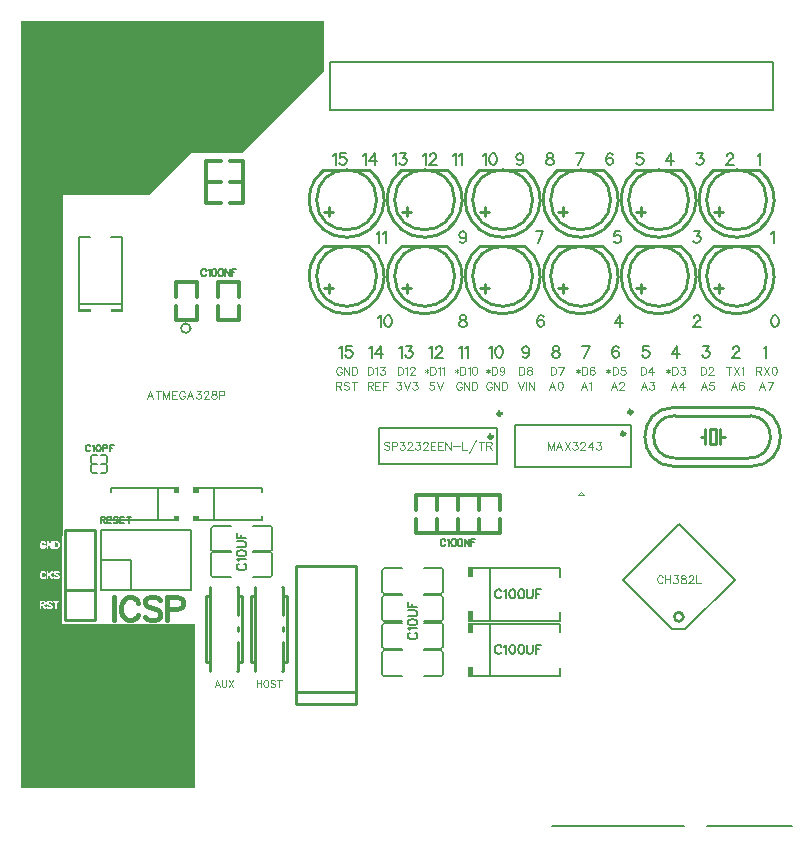
<source format=gto>
G04 Layer: TopSilkLayer*
G04 EasyEDA v6.4.7, 2021-02-17T16:00:46+08:00*
G04 6587b44a977046f298512b0a2d276df7,119f753a6ce64b8d841f2ad33262ab0c,10*
G04 Gerber Generator version 0.2*
G04 Scale: 100 percent, Rotated: No, Reflected: No *
G04 Dimensions in millimeters *
G04 leading zeros omitted , absolute positions ,3 integer and 3 decimal *
%FSLAX33Y33*%
%MOMM*%
G90*
D02*

%ADD10C,0.151994*%
%ADD12C,0.299999*%
%ADD13C,0.180010*%
%ADD15C,0.399999*%
%ADD16C,0.254000*%
%ADD18C,0.203200*%
%ADD59C,0.100000*%
%ADD60C,0.200000*%
%ADD61C,0.152400*%
%ADD62C,0.304800*%
%ADD63C,0.060960*%
%ADD64C,0.121920*%

%LPD*%

%LPD*%
G36*
G01X3562Y25923D02*
G01X127Y25923D01*
G01X127Y18177D01*
G01X3562Y18177D01*
G01X3562Y25923D01*
G37*

%LPC*%
G36*
G01X3154Y22910D02*
G01X3055Y22917D01*
G01X3003Y22900D01*
G01X2950Y22885D01*
G01X2902Y22833D01*
G01X2852Y22782D01*
G01X2871Y22646D01*
G01X2931Y22566D01*
G01X2995Y22536D01*
G01X3021Y22524D01*
G01X3044Y22514D01*
G01X3064Y22508D01*
G01X3077Y22506D01*
G01X3089Y22503D01*
G01X3108Y22497D01*
G01X3132Y22487D01*
G01X3157Y22476D01*
G01X3217Y22446D01*
G01X3237Y22395D01*
G01X3177Y22351D01*
G01X3051Y22351D01*
G01X3007Y22385D01*
G01X2964Y22420D01*
G01X2875Y22420D01*
G01X2853Y22330D01*
G01X2978Y22205D01*
G01X3267Y22205D01*
G01X3329Y22264D01*
G01X3390Y22323D01*
G01X3390Y22446D01*
G01X3360Y22503D01*
G01X3329Y22561D01*
G01X3287Y22583D01*
G01X3262Y22595D01*
G01X3226Y22611D01*
G01X3184Y22630D01*
G01X3141Y22647D01*
G01X3038Y22689D01*
G01X3032Y22717D01*
G01X3027Y22744D01*
G01X3088Y22756D01*
G01X3148Y22767D01*
G01X3226Y22729D01*
G01X3303Y22692D01*
G01X3331Y22698D01*
G01X3344Y22702D01*
G01X3357Y22710D01*
G01X3369Y22720D01*
G01X3378Y22731D01*
G01X3396Y22760D01*
G01X3367Y22804D01*
G01X3352Y22824D01*
G01X3334Y22843D01*
G01X3314Y22862D01*
G01X3296Y22876D01*
G01X3254Y22904D01*
G01X3154Y22910D01*
G37*
G36*
G01X2697Y20342D02*
G01X2643Y20376D01*
G01X2540Y20375D01*
G01X2469Y20372D01*
G01X2421Y20365D01*
G01X2381Y20349D01*
G01X2337Y20320D01*
G01X2288Y20286D01*
G01X2272Y20242D01*
G01X2255Y20199D01*
G01X2295Y20075D01*
G01X2377Y20007D01*
G01X2625Y19917D01*
G01X2637Y19839D01*
G01X2614Y19824D01*
G01X2600Y19818D01*
G01X2580Y19814D01*
G01X2555Y19811D01*
G01X2529Y19809D01*
G01X2467Y19809D01*
G01X2423Y19844D01*
G01X2379Y19878D01*
G01X2294Y19878D01*
G01X2284Y19851D01*
G01X2275Y19820D01*
G01X2276Y19793D01*
G01X2288Y19767D01*
G01X2312Y19739D01*
G01X2351Y19697D01*
G01X2412Y19676D01*
G01X2470Y19661D01*
G01X2530Y19656D01*
G01X2591Y19660D01*
G01X2655Y19675D01*
G01X2723Y19695D01*
G01X2765Y19750D01*
G01X2806Y19804D01*
G01X2806Y19899D01*
G01X2769Y19964D01*
G01X2733Y20029D01*
G01X2688Y20050D01*
G01X2662Y20062D01*
G01X2626Y20077D01*
G01X2583Y20093D01*
G01X2540Y20108D01*
G01X2436Y20144D01*
G01X2436Y20212D01*
G01X2519Y20218D01*
G01X2600Y20223D01*
G01X2700Y20153D01*
G01X2770Y20153D01*
G01X2789Y20188D01*
G01X2808Y20224D01*
G01X2780Y20266D01*
G01X2765Y20286D01*
G01X2745Y20306D01*
G01X2721Y20326D01*
G01X2697Y20342D01*
G37*
G36*
G01X2031Y25451D02*
G01X1939Y25458D01*
G01X1901Y25446D01*
G01X1883Y25438D01*
G01X1861Y25426D01*
G01X1839Y25411D01*
G01X1819Y25395D01*
G01X1775Y25356D01*
G01X1690Y25163D01*
G01X1690Y25039D01*
G01X1760Y24853D01*
G01X1870Y24756D01*
G01X1984Y24734D01*
G01X2055Y24744D01*
G01X2128Y24753D01*
G01X2254Y24889D01*
G01X2266Y24953D01*
G01X2278Y25016D01*
G01X2259Y25057D01*
G01X2240Y25099D01*
G01X2001Y25099D01*
G01X1990Y25064D01*
G01X1979Y25030D01*
G01X2001Y24962D01*
G01X2043Y24951D01*
G01X2086Y24940D01*
G01X2079Y24921D01*
G01X2073Y24901D01*
G01X1923Y24901D01*
G01X1890Y24959D01*
G01X1856Y25017D01*
G01X1854Y25088D01*
G01X1853Y25159D01*
G01X1883Y25221D01*
G01X1913Y25284D01*
G01X1956Y25295D01*
G01X1998Y25306D01*
G01X2042Y25295D01*
G01X2084Y25284D01*
G01X2084Y25267D01*
G01X2098Y25242D01*
G01X2128Y25209D01*
G01X2163Y25180D01*
G01X2188Y25167D01*
G01X2197Y25171D01*
G01X2210Y25178D01*
G01X2224Y25188D01*
G01X2238Y25201D01*
G01X2271Y25234D01*
G01X2231Y25340D01*
G01X2177Y25393D01*
G01X2124Y25444D01*
G01X2031Y25451D01*
G37*
G36*
G01X2023Y22910D02*
G01X1921Y22918D01*
G01X1887Y22902D01*
G01X1870Y22893D01*
G01X1851Y22880D01*
G01X1831Y22865D01*
G01X1813Y22849D01*
G01X1773Y22812D01*
G01X1730Y22714D01*
G01X1687Y22617D01*
G01X1695Y22540D01*
G01X1700Y22505D01*
G01X1707Y22465D01*
G01X1718Y22428D01*
G01X1728Y22395D01*
G01X1754Y22328D01*
G01X1810Y22271D01*
G01X1865Y22214D01*
G01X1924Y22203D01*
G01X1984Y22192D01*
G01X2054Y22202D01*
G01X2124Y22211D01*
G01X2240Y22327D01*
G01X2260Y22451D01*
G01X2224Y22470D01*
G01X2187Y22489D01*
G01X2157Y22473D01*
G01X2143Y22463D01*
G01X2128Y22449D01*
G01X2114Y22431D01*
G01X2103Y22413D01*
G01X2080Y22370D01*
G01X1982Y22349D01*
G01X1947Y22359D01*
G01X1912Y22370D01*
G01X1856Y22480D01*
G01X1854Y22548D01*
G01X1853Y22617D01*
G01X1913Y22742D01*
G01X1956Y22753D01*
G01X1998Y22764D01*
G01X2039Y22753D01*
G01X2080Y22743D01*
G01X2103Y22701D01*
G01X2114Y22682D01*
G01X2129Y22665D01*
G01X2143Y22651D01*
G01X2157Y22641D01*
G01X2187Y22624D01*
G01X2224Y22644D01*
G01X2260Y22664D01*
G01X2240Y22788D01*
G01X2182Y22845D01*
G01X2124Y22903D01*
G01X2023Y22910D01*
G37*
G36*
G01X2823Y22882D02*
G01X2757Y22918D01*
G01X2729Y22907D01*
G01X2709Y22894D01*
G01X2674Y22865D01*
G01X2628Y22825D01*
G01X2578Y22777D01*
G01X2454Y22657D01*
G01X2436Y22885D01*
G01X2411Y22901D01*
G01X2385Y22914D01*
G01X2362Y22916D01*
G01X2340Y22908D01*
G01X2318Y22891D01*
G01X2291Y22864D01*
G01X2291Y22251D01*
G01X2318Y22223D01*
G01X2330Y22213D01*
G01X2343Y22204D01*
G01X2357Y22199D01*
G01X2368Y22196D01*
G01X2379Y22199D01*
G01X2392Y22204D01*
G01X2406Y22213D01*
G01X2418Y22223D01*
G01X2445Y22251D01*
G01X2445Y22430D01*
G01X2474Y22459D01*
G01X2483Y22465D01*
G01X2491Y22470D01*
G01X2497Y22471D01*
G01X2508Y22461D01*
G01X2531Y22433D01*
G01X2563Y22392D01*
G01X2600Y22343D01*
G01X2694Y22213D01*
G01X2772Y22193D01*
G01X2798Y22214D01*
G01X2823Y22235D01*
G01X2823Y22301D01*
G01X2720Y22438D01*
G01X2680Y22492D01*
G01X2647Y22539D01*
G01X2625Y22572D01*
G01X2617Y22588D01*
G01X2625Y22601D01*
G01X2647Y22627D01*
G01X2680Y22663D01*
G01X2720Y22703D01*
G01X2823Y22805D01*
G01X2823Y22882D01*
G37*
G36*
G01X2076Y20376D02*
G01X1725Y20376D01*
G01X1707Y20343D01*
G01X1690Y20309D01*
G01X1690Y19731D01*
G01X1716Y19693D01*
G01X1743Y19655D01*
G01X1773Y19655D01*
G01X1786Y19656D01*
G01X1800Y19661D01*
G01X1813Y19667D01*
G01X1823Y19675D01*
G01X1844Y19696D01*
G01X1844Y19946D01*
G01X1939Y19946D01*
G01X2093Y19686D01*
G01X2125Y19668D01*
G01X2157Y19651D01*
G01X2239Y19695D01*
G01X2239Y19720D01*
G01X2234Y19739D01*
G01X2218Y19771D01*
G01X2196Y19811D01*
G01X2169Y19856D01*
G01X2099Y19967D01*
G01X2131Y19990D01*
G01X2143Y20000D01*
G01X2155Y20007D01*
G01X2171Y20015D01*
G01X2177Y20019D01*
G01X2186Y20030D01*
G01X2198Y20046D01*
G01X2210Y20065D01*
G01X2239Y20115D01*
G01X2239Y20216D01*
G01X2161Y20332D01*
G01X2118Y20354D01*
G01X2076Y20376D01*
G37*
G36*
G01X3310Y20376D02*
G01X2856Y20376D01*
G01X2837Y20333D01*
G01X2817Y20290D01*
G01X2878Y20223D01*
G01X2949Y20218D01*
G01X3021Y20212D01*
G01X3038Y19684D01*
G01X3098Y19646D01*
G01X3158Y19684D01*
G01X3175Y20212D01*
G01X3313Y20224D01*
G01X3343Y20251D01*
G01X3364Y20275D01*
G01X3371Y20299D01*
G01X3363Y20322D01*
G01X3341Y20348D01*
G01X3310Y20376D01*
G37*
G36*
G01X3196Y25449D02*
G01X2897Y25464D01*
G01X2843Y25388D01*
G01X2769Y25462D01*
G01X2743Y25452D01*
G01X2732Y25448D01*
G01X2720Y25445D01*
G01X2710Y25443D01*
G01X2702Y25442D01*
G01X2687Y25442D01*
G01X2677Y25110D01*
G01X2655Y25103D01*
G01X2634Y25096D01*
G01X2634Y25122D01*
G01X2633Y25132D01*
G01X2630Y25142D01*
G01X2626Y25149D01*
G01X2621Y25153D01*
G01X2609Y25166D01*
G01X2586Y25195D01*
G01X2557Y25238D01*
G01X2489Y25340D01*
G01X2457Y25385D01*
G01X2430Y25419D01*
G01X2414Y25438D01*
G01X2391Y25453D01*
G01X2370Y25458D01*
G01X2347Y25454D01*
G01X2321Y25441D01*
G01X2291Y25424D01*
G01X2291Y24792D01*
G01X2318Y24765D01*
G01X2330Y24755D01*
G01X2343Y24746D01*
G01X2357Y24740D01*
G01X2368Y24738D01*
G01X2379Y24740D01*
G01X2392Y24746D01*
G01X2406Y24755D01*
G01X2418Y24765D01*
G01X2445Y24792D01*
G01X2445Y25101D01*
G01X2463Y25090D01*
G01X2478Y25074D01*
G01X2506Y25036D01*
G01X2543Y24984D01*
G01X2585Y24922D01*
G01X2650Y24828D01*
G01X2697Y24766D01*
G01X2732Y24732D01*
G01X2756Y24721D01*
G01X2764Y24724D01*
G01X2776Y24733D01*
G01X2790Y24745D01*
G01X2806Y24761D01*
G01X2845Y24801D01*
G01X2917Y24729D01*
G01X3197Y24749D01*
G01X3287Y24808D01*
G01X3334Y24879D01*
G01X3381Y24951D01*
G01X3381Y25098D01*
G01X3380Y25245D01*
G01X3287Y25390D01*
G01X3242Y25419D01*
G01X3196Y25449D01*
G37*

%LPD*%
G36*
G01X3097Y25296D02*
G01X3037Y25307D01*
G01X3012Y25282D01*
G01X3012Y24893D01*
G01X3148Y24893D01*
G01X3181Y24928D01*
G01X3214Y24964D01*
G01X3234Y25087D01*
G01X3214Y25235D01*
G01X3158Y25285D01*
G01X3097Y25296D01*
G37*

%LPD*%
G36*
G01X2854Y25336D02*
G01X2851Y25356D01*
G01X2848Y25355D01*
G01X2844Y25353D01*
G01X2839Y25349D01*
G01X2835Y25345D01*
G01X2823Y25334D01*
G01X2823Y24841D01*
G01X2858Y24841D01*
G01X2858Y25099D01*
G01X2857Y25199D01*
G01X2855Y25281D01*
G01X2854Y25336D01*
G37*

%LPD*%
G36*
G01X2046Y20221D02*
G01X1921Y20221D01*
G01X1890Y20218D01*
G01X1867Y20214D01*
G01X1855Y20210D01*
G01X1851Y20202D01*
G01X1848Y20190D01*
G01X1845Y20175D01*
G01X1844Y20158D01*
G01X1844Y20118D01*
G01X2069Y20118D01*
G01X2078Y20144D01*
G01X2088Y20170D01*
G01X2046Y20221D01*
G37*

%LPD*%
G54D10*
G01X45085Y1300D02*
G01X56285Y1300D01*
G01X58185Y1300D02*
G01X65384Y1300D01*
G54D59*
G01X47498Y29543D02*
G01X47244Y29289D01*
G01X47752Y29289D01*
G01X47498Y29543D01*
G54D13*
G01X63754Y65992D02*
G01X63754Y61928D01*
G01X26289Y61928D01*
G01X26289Y65992D01*
G01X63754Y65992D01*
G54D18*
G01X14478Y21288D02*
G01X14478Y26368D01*
G01X6858Y26368D01*
G01X6858Y21288D01*
G01X14478Y21288D01*
G01X9609Y21288D01*
G01X6858Y23831D02*
G01X9398Y23831D01*
G01X9398Y21288D01*
G54D16*
G01X62611Y56848D02*
G01X58801Y56848D01*
G01X59182Y52911D02*
G01X59182Y53673D01*
G01X59563Y53292D02*
G01X58801Y53292D01*
G01X62611Y50371D02*
G01X58801Y50371D01*
G01X59182Y46434D02*
G01X59182Y47196D01*
G01X59563Y46815D02*
G01X58801Y46815D01*
G54D60*
G01X55242Y17943D02*
G01X56364Y17943D01*
G54D18*
G01X55242Y17943D02*
G01X51061Y22124D01*
G01X55839Y26901D01*
G01X60580Y22160D01*
G01X56364Y17943D01*
G54D16*
G01X61673Y32442D02*
G01X55474Y32442D01*
G01X61924Y31742D02*
G01X55423Y31742D01*
G01X55474Y36042D02*
G01X61873Y36042D01*
G01X55423Y36742D02*
G01X61924Y36742D01*
G01X58420Y34877D02*
G01X58420Y33607D01*
G01X58420Y33607D02*
G01X58928Y33607D01*
G01X58928Y33607D02*
G01X58928Y34877D01*
G01X58928Y34877D02*
G01X58420Y34877D01*
G01X58039Y34877D02*
G01X58039Y34242D01*
G01X58039Y34242D02*
G01X58039Y33607D01*
G01X58039Y34242D02*
G01X57658Y34242D01*
G01X59309Y34877D02*
G01X59309Y34242D01*
G01X59309Y34242D02*
G01X59309Y33607D01*
G01X59309Y34242D02*
G01X59690Y34242D01*
G54D61*
G01X38310Y18435D02*
G01X45763Y18435D01*
G01X38310Y13982D02*
G01X45763Y13982D01*
G01X39840Y18435D02*
G01X39840Y13982D01*
G01X45763Y18435D02*
G01X45763Y17708D01*
G01X45763Y13982D02*
G01X45763Y14709D01*
G01X35685Y18486D02*
G01X34200Y18486D01*
G01X34200Y16301D02*
G01X35685Y16301D01*
G01X35837Y16454D02*
G01X35837Y18334D01*
G01X30862Y18486D02*
G01X32347Y18486D01*
G01X32347Y16301D02*
G01X30862Y16301D01*
G01X30710Y16454D02*
G01X30710Y18334D01*
G01X35685Y16158D02*
G01X34200Y16158D01*
G01X34200Y13973D02*
G01X35685Y13973D01*
G01X35837Y14125D02*
G01X35837Y16006D01*
G01X30862Y16158D02*
G01X32347Y16158D01*
G01X32347Y13973D02*
G01X30862Y13973D01*
G01X30710Y14125D02*
G01X30710Y16006D01*
G01X38310Y23134D02*
G01X45763Y23134D01*
G01X38310Y18681D02*
G01X45763Y18681D01*
G01X39840Y23134D02*
G01X39840Y18681D01*
G01X45763Y23134D02*
G01X45763Y22407D01*
G01X45763Y18681D02*
G01X45763Y19408D01*
G01X35685Y23143D02*
G01X34200Y23143D01*
G01X34200Y20958D02*
G01X35685Y20958D01*
G01X35837Y21110D02*
G01X35837Y22991D01*
G01X30862Y23143D02*
G01X32347Y23143D01*
G01X32347Y20958D02*
G01X30862Y20958D01*
G01X30710Y21110D02*
G01X30710Y22991D01*
G01X35685Y20815D02*
G01X34200Y20815D01*
G01X34200Y18629D02*
G01X35685Y18629D01*
G01X35837Y18782D02*
G01X35837Y20662D01*
G01X30862Y20815D02*
G01X32347Y20815D01*
G01X32347Y18629D02*
G01X30862Y18629D01*
G01X30710Y18782D02*
G01X30710Y20662D01*
G54D16*
G01X6350Y18748D02*
G01X6350Y26368D01*
G01X3810Y26368D01*
G01X3810Y18748D01*
G01X6350Y18748D01*
G01X3810Y21288D02*
G01X6350Y21288D01*
G01X56007Y50372D02*
G01X52197Y50372D01*
G01X52578Y46435D02*
G01X52578Y47197D01*
G01X52959Y46816D02*
G01X52197Y46816D01*
G01X49403Y50372D02*
G01X45593Y50372D01*
G01X45974Y46435D02*
G01X45974Y47197D01*
G01X46355Y46816D02*
G01X45593Y46816D01*
G01X42799Y50372D02*
G01X38989Y50372D01*
G01X39370Y46435D02*
G01X39370Y47197D01*
G01X39751Y46816D02*
G01X38989Y46816D01*
G01X36195Y50372D02*
G01X32385Y50372D01*
G01X32766Y46435D02*
G01X32766Y47197D01*
G01X33147Y46816D02*
G01X32385Y46816D01*
G01X29591Y50372D02*
G01X25781Y50372D01*
G01X26162Y46435D02*
G01X26162Y47197D01*
G01X26543Y46816D02*
G01X25781Y46816D01*
G01X56007Y56848D02*
G01X52197Y56848D01*
G01X52578Y52911D02*
G01X52578Y53673D01*
G01X52959Y53292D02*
G01X52197Y53292D01*
G01X49403Y56848D02*
G01X45593Y56848D01*
G01X45974Y52911D02*
G01X45974Y53673D01*
G01X46355Y53292D02*
G01X45593Y53292D01*
G01X42799Y56848D02*
G01X38989Y56848D01*
G01X39370Y52911D02*
G01X39370Y53673D01*
G01X39751Y53292D02*
G01X38989Y53292D01*
G01X36195Y56848D02*
G01X32385Y56848D01*
G01X32766Y52911D02*
G01X32766Y53673D01*
G01X33147Y53292D02*
G01X32385Y53292D01*
G01X29591Y56848D02*
G01X25781Y56848D01*
G01X26162Y52911D02*
G01X26162Y53673D01*
G01X26543Y53292D02*
G01X25781Y53292D01*
G01X23494Y12652D02*
G01X28320Y12652D01*
G01X23414Y23280D02*
G01X28494Y23280D01*
G01X28494Y11596D01*
G01X23414Y11596D01*
G01X23414Y23280D01*
G54D61*
G01X51789Y35252D02*
G01X51789Y31709D01*
G01X41936Y31709D01*
G01X41936Y35252D01*
G01X51789Y35252D01*
G01X40459Y35002D02*
G01X40459Y31959D01*
G01X30406Y31959D01*
G01X30406Y35002D01*
G01X40459Y35002D01*
G01X21207Y26699D02*
G01X19722Y26699D01*
G01X19722Y24514D02*
G01X21207Y24514D01*
G01X21359Y24666D02*
G01X21359Y26547D01*
G01X16384Y26699D02*
G01X17869Y26699D01*
G01X17869Y24514D02*
G01X16384Y24514D01*
G01X16232Y24666D02*
G01X16232Y26547D01*
G54D16*
G01X16055Y20780D02*
G01X15801Y20780D01*
G01X15801Y15192D01*
G01X16055Y15192D01*
G01X16055Y15192D01*
G01X18505Y21566D02*
G01X18377Y21566D01*
G01X18505Y14407D02*
G01X18377Y14407D01*
G01X18505Y19120D02*
G01X18505Y21566D01*
G01X16145Y14407D02*
G01X16145Y21566D01*
G01X18595Y15192D02*
G01X18849Y15192D01*
G01X18849Y20780D01*
G01X18595Y20780D01*
G01X18595Y20780D01*
G01X18505Y14407D02*
G01X18505Y16853D01*
G01X18505Y17819D02*
G01X18505Y18153D01*
G01X19865Y20784D02*
G01X19611Y20784D01*
G01X19611Y15196D01*
G01X19865Y15196D01*
G01X19865Y15196D01*
G01X22315Y21570D02*
G01X22187Y21570D01*
G01X22315Y14410D02*
G01X22187Y14410D01*
G01X22315Y19124D02*
G01X22315Y21570D01*
G01X19955Y14410D02*
G01X19955Y21570D01*
G01X22405Y15196D02*
G01X22659Y15196D01*
G01X22659Y20784D01*
G01X22405Y20784D01*
G01X22405Y20784D01*
G01X22315Y14410D02*
G01X22315Y16857D01*
G01X22315Y17823D02*
G01X22315Y18157D01*
G54D61*
G01X21207Y24540D02*
G01X19722Y24540D01*
G01X19722Y22355D02*
G01X21207Y22355D01*
G01X21359Y22507D02*
G01X21359Y24388D01*
G01X16384Y24540D02*
G01X17869Y24540D01*
G01X17869Y22355D02*
G01X16384Y22355D01*
G01X16232Y22507D02*
G01X16232Y24388D01*
G54D62*
G01X33528Y28019D02*
G01X33528Y29289D01*
G01X35306Y29289D01*
G01X35306Y28019D01*
G01X33528Y27257D02*
G01X33528Y26114D01*
G01X35306Y26114D01*
G01X35306Y27257D01*
G01X35306Y28019D02*
G01X35306Y29289D01*
G01X37084Y29289D01*
G01X37084Y28019D01*
G01X35306Y27257D02*
G01X35306Y26114D01*
G01X37084Y26114D01*
G01X37084Y27257D01*
G01X37084Y28019D02*
G01X37084Y29289D01*
G01X38862Y29289D01*
G01X38862Y28019D01*
G01X37084Y27257D02*
G01X37084Y26114D01*
G01X38862Y26114D01*
G01X38862Y27257D01*
G01X38862Y28019D02*
G01X38862Y29289D01*
G01X40640Y29289D01*
G01X40640Y28019D01*
G01X38862Y27257D02*
G01X38862Y26114D01*
G01X40640Y26114D01*
G01X40640Y27257D01*
G01X16764Y46053D02*
G01X16764Y47323D01*
G01X18542Y47323D01*
G01X18542Y46053D01*
G01X16764Y45291D02*
G01X16764Y44148D01*
G01X18542Y44148D01*
G01X18542Y45291D01*
G54D61*
G01X5031Y45009D02*
G01X5031Y51162D01*
G01X5031Y51162D02*
G01X5954Y51162D01*
G01X8684Y45009D02*
G01X8684Y51162D01*
G01X8684Y51162D02*
G01X7761Y51162D01*
G01X5031Y45489D02*
G01X8684Y45489D01*
G01X13115Y27164D02*
G01X7712Y27164D01*
G01X13115Y29891D02*
G01X7712Y29891D01*
G01X11752Y27164D02*
G01X11752Y29891D01*
G01X7712Y27164D02*
G01X7712Y27514D01*
G01X7712Y29891D02*
G01X7712Y29541D01*
G01X15078Y29891D02*
G01X20481Y29891D01*
G01X15078Y27164D02*
G01X20481Y27164D01*
G01X16441Y29891D02*
G01X16441Y27164D01*
G01X20481Y29891D02*
G01X20481Y29541D01*
G01X20481Y27164D02*
G01X20481Y27514D01*
G54D62*
G01X17018Y54049D02*
G01X15748Y54049D01*
G01X15748Y55827D01*
G01X17018Y55827D01*
G01X17780Y54049D02*
G01X18923Y54049D01*
G01X18923Y55827D01*
G01X17780Y55827D01*
G01X17018Y55832D02*
G01X15748Y55832D01*
G01X15748Y57610D01*
G01X17018Y57610D01*
G01X17780Y55832D02*
G01X18923Y55832D01*
G01X18923Y57610D01*
G01X17780Y57610D01*
G01X13208Y46053D02*
G01X13208Y47323D01*
G01X14986Y47323D01*
G01X14986Y46053D01*
G01X13208Y45291D02*
G01X13208Y44148D01*
G01X14986Y44148D01*
G01X14986Y45291D01*
G54D61*
G01X7265Y32728D02*
G01X6897Y32728D01*
G01X6897Y31947D02*
G01X7265Y31947D01*
G01X7418Y32099D02*
G01X7418Y32576D01*
G01X6196Y32728D02*
G01X6564Y32728D01*
G01X6564Y31947D02*
G01X6196Y31947D01*
G01X6043Y32099D02*
G01X6043Y32576D01*
G01X7265Y31966D02*
G01X6897Y31966D01*
G01X6897Y31185D02*
G01X7265Y31185D01*
G01X7418Y31337D02*
G01X7418Y31814D01*
G01X6196Y31966D02*
G01X6564Y31966D01*
G01X6564Y31185D02*
G01X6196Y31185D01*
G01X6043Y31337D02*
G01X6043Y31814D01*
G54D18*
G01X62484Y58057D02*
G01X62575Y58103D01*
G01X62710Y58238D01*
G01X62710Y57283D01*
G01X59862Y58012D02*
G01X59862Y58057D01*
G01X59908Y58146D01*
G01X59954Y58192D01*
G01X60043Y58238D01*
G01X60225Y58238D01*
G01X60317Y58192D01*
G01X60363Y58146D01*
G01X60408Y58057D01*
G01X60408Y57966D01*
G01X60363Y57875D01*
G01X60271Y57737D01*
G01X59817Y57283D01*
G01X60454Y57283D01*
G01X57368Y58238D02*
G01X57868Y58238D01*
G01X57594Y57875D01*
G01X57731Y57875D01*
G01X57823Y57829D01*
G01X57868Y57783D01*
G01X57914Y57649D01*
G01X57914Y57557D01*
G01X57868Y57420D01*
G01X57777Y57328D01*
G01X57640Y57283D01*
G01X57503Y57283D01*
G01X57368Y57328D01*
G01X57322Y57374D01*
G01X57277Y57466D01*
G01X55191Y58238D02*
G01X54737Y57603D01*
G01X55417Y57603D01*
G01X55191Y58238D02*
G01X55191Y57283D01*
G01X52743Y58238D02*
G01X52288Y58238D01*
G01X52242Y57829D01*
G01X52288Y57875D01*
G01X52423Y57920D01*
G01X52560Y57920D01*
G01X52697Y57875D01*
G01X52788Y57783D01*
G01X52834Y57649D01*
G01X52834Y57557D01*
G01X52788Y57420D01*
G01X52697Y57328D01*
G01X52560Y57283D01*
G01X52423Y57283D01*
G01X52288Y57328D01*
G01X52242Y57374D01*
G01X52197Y57466D01*
G01X50203Y58103D02*
G01X50157Y58192D01*
G01X50020Y58238D01*
G01X49928Y58238D01*
G01X49794Y58192D01*
G01X49702Y58057D01*
G01X49657Y57829D01*
G01X49657Y57603D01*
G01X49702Y57420D01*
G01X49794Y57328D01*
G01X49928Y57283D01*
G01X49974Y57283D01*
G01X50111Y57328D01*
G01X50203Y57420D01*
G01X50248Y57557D01*
G01X50248Y57603D01*
G01X50203Y57737D01*
G01X50111Y57829D01*
G01X49974Y57875D01*
G01X49928Y57875D01*
G01X49794Y57829D01*
G01X49702Y57737D01*
G01X49657Y57603D01*
G01X47754Y58238D02*
G01X47299Y57283D01*
G01X47117Y58238D02*
G01X47754Y58238D01*
G01X44803Y58238D02*
G01X44668Y58192D01*
G01X44622Y58103D01*
G01X44622Y58012D01*
G01X44668Y57920D01*
G01X44759Y57875D01*
G01X44940Y57829D01*
G01X45077Y57783D01*
G01X45168Y57694D01*
G01X45214Y57603D01*
G01X45214Y57466D01*
G01X45168Y57374D01*
G01X45123Y57328D01*
G01X44985Y57283D01*
G01X44803Y57283D01*
G01X44668Y57328D01*
G01X44622Y57374D01*
G01X44577Y57466D01*
G01X44577Y57603D01*
G01X44622Y57694D01*
G01X44714Y57783D01*
G01X44848Y57829D01*
G01X45031Y57875D01*
G01X45123Y57920D01*
G01X45168Y58012D01*
G01X45168Y58103D01*
G01X45123Y58192D01*
G01X44985Y58238D01*
G01X44803Y58238D01*
G01X42628Y57920D02*
G01X42583Y57783D01*
G01X42491Y57694D01*
G01X42354Y57649D01*
G01X42308Y57649D01*
G01X42174Y57694D01*
G01X42082Y57783D01*
G01X42037Y57920D01*
G01X42037Y57966D01*
G01X42082Y58103D01*
G01X42174Y58192D01*
G01X42308Y58238D01*
G01X42354Y58238D01*
G01X42491Y58192D01*
G01X42583Y58103D01*
G01X42628Y57920D01*
G01X42628Y57694D01*
G01X42583Y57466D01*
G01X42491Y57328D01*
G01X42354Y57283D01*
G01X42263Y57283D01*
G01X42128Y57328D01*
G01X42082Y57420D01*
G01X39243Y58057D02*
G01X39334Y58103D01*
G01X39469Y58238D01*
G01X39469Y57283D01*
G01X40043Y58238D02*
G01X39905Y58192D01*
G01X39814Y58057D01*
G01X39771Y57829D01*
G01X39771Y57694D01*
G01X39814Y57466D01*
G01X39905Y57328D01*
G01X40043Y57283D01*
G01X40134Y57283D01*
G01X40269Y57328D01*
G01X40360Y57466D01*
G01X40406Y57694D01*
G01X40406Y57829D01*
G01X40360Y58057D01*
G01X40269Y58192D01*
G01X40134Y58238D01*
G01X40043Y58238D01*
G01X36703Y58057D02*
G01X36794Y58103D01*
G01X36929Y58238D01*
G01X36929Y57283D01*
G01X37231Y58057D02*
G01X37320Y58103D01*
G01X37457Y58238D01*
G01X37457Y57283D01*
G01X34163Y58057D02*
G01X34254Y58103D01*
G01X34389Y58238D01*
G01X34389Y57283D01*
G01X34734Y58012D02*
G01X34734Y58057D01*
G01X34780Y58146D01*
G01X34825Y58192D01*
G01X34917Y58238D01*
G01X35100Y58238D01*
G01X35189Y58192D01*
G01X35234Y58146D01*
G01X35280Y58057D01*
G01X35280Y57966D01*
G01X35234Y57875D01*
G01X35145Y57737D01*
G01X34691Y57283D01*
G01X35326Y57283D01*
G01X31623Y58057D02*
G01X31714Y58103D01*
G01X31849Y58238D01*
G01X31849Y57283D01*
G01X32240Y58238D02*
G01X32740Y58238D01*
G01X32468Y57875D01*
G01X32605Y57875D01*
G01X32694Y57829D01*
G01X32740Y57783D01*
G01X32786Y57649D01*
G01X32786Y57557D01*
G01X32740Y57420D01*
G01X32649Y57328D01*
G01X32514Y57283D01*
G01X32377Y57283D01*
G01X32240Y57328D01*
G01X32194Y57374D01*
G01X32151Y57466D01*
G01X29083Y58057D02*
G01X29174Y58103D01*
G01X29309Y58238D01*
G01X29309Y57283D01*
G01X30065Y58238D02*
G01X29611Y57603D01*
G01X30292Y57603D01*
G01X30065Y58238D02*
G01X30065Y57283D01*
G01X26543Y58057D02*
G01X26634Y58103D01*
G01X26769Y58238D01*
G01X26769Y57283D01*
G01X27614Y58238D02*
G01X27160Y58238D01*
G01X27114Y57829D01*
G01X27160Y57875D01*
G01X27297Y57920D01*
G01X27434Y57920D01*
G01X27569Y57875D01*
G01X27660Y57783D01*
G01X27706Y57649D01*
G01X27706Y57557D01*
G01X27660Y57420D01*
G01X27569Y57328D01*
G01X27434Y57283D01*
G01X27297Y57283D01*
G01X27160Y57328D01*
G01X27114Y57374D01*
G01X27071Y57466D01*
G01X63898Y44522D02*
G01X63764Y44476D01*
G01X63672Y44341D01*
G01X63627Y44113D01*
G01X63627Y43978D01*
G01X63672Y43750D01*
G01X63764Y43612D01*
G01X63898Y43567D01*
G01X63990Y43567D01*
G01X64127Y43612D01*
G01X64218Y43750D01*
G01X64264Y43978D01*
G01X64264Y44113D01*
G01X64218Y44341D01*
G01X64127Y44476D01*
G01X63990Y44522D01*
G01X63898Y44522D01*
G01X57068Y44296D02*
G01X57068Y44341D01*
G01X57114Y44430D01*
G01X57160Y44476D01*
G01X57249Y44522D01*
G01X57431Y44522D01*
G01X57523Y44476D01*
G01X57569Y44430D01*
G01X57614Y44341D01*
G01X57614Y44250D01*
G01X57569Y44159D01*
G01X57477Y44021D01*
G01X57023Y43567D01*
G01X57660Y43567D01*
G01X63627Y51453D02*
G01X63718Y51499D01*
G01X63853Y51634D01*
G01X63853Y50679D01*
G01X57114Y51634D02*
G01X57614Y51634D01*
G01X57340Y51271D01*
G01X57477Y51271D01*
G01X57569Y51225D01*
G01X57614Y51179D01*
G01X57660Y51045D01*
G01X57660Y50953D01*
G01X57614Y50816D01*
G01X57523Y50724D01*
G01X57386Y50679D01*
G01X57249Y50679D01*
G01X57114Y50724D01*
G01X57068Y50770D01*
G01X57023Y50862D01*
G01X40792Y21152D02*
G01X40755Y21225D01*
G01X40682Y21297D01*
G01X40610Y21334D01*
G01X40464Y21334D01*
G01X40392Y21297D01*
G01X40319Y21225D01*
G01X40282Y21152D01*
G01X40246Y21043D01*
G01X40246Y20861D01*
G01X40282Y20752D01*
G01X40319Y20679D01*
G01X40392Y20606D01*
G01X40464Y20570D01*
G01X40610Y20570D01*
G01X40682Y20606D01*
G01X40755Y20679D01*
G01X40792Y20752D01*
G01X41031Y21188D02*
G01X41104Y21225D01*
G01X41213Y21334D01*
G01X41213Y20570D01*
G01X41672Y21334D02*
G01X41562Y21297D01*
G01X41490Y21188D01*
G01X41453Y21006D01*
G01X41453Y20897D01*
G01X41490Y20716D01*
G01X41562Y20606D01*
G01X41672Y20570D01*
G01X41744Y20570D01*
G01X41853Y20606D01*
G01X41926Y20716D01*
G01X41962Y20897D01*
G01X41962Y21006D01*
G01X41926Y21188D01*
G01X41853Y21297D01*
G01X41744Y21334D01*
G01X41672Y21334D01*
G01X42421Y21334D02*
G01X42312Y21297D01*
G01X42239Y21188D01*
G01X42202Y21006D01*
G01X42202Y20897D01*
G01X42239Y20716D01*
G01X42312Y20606D01*
G01X42421Y20570D01*
G01X42493Y20570D01*
G01X42602Y20606D01*
G01X42675Y20716D01*
G01X42712Y20897D01*
G01X42712Y21006D01*
G01X42675Y21188D01*
G01X42602Y21297D01*
G01X42493Y21334D01*
G01X42421Y21334D01*
G01X42952Y21334D02*
G01X42952Y20788D01*
G01X42988Y20679D01*
G01X43061Y20606D01*
G01X43170Y20570D01*
G01X43242Y20570D01*
G01X43352Y20606D01*
G01X43424Y20679D01*
G01X43461Y20788D01*
G01X43461Y21334D01*
G01X43701Y21334D02*
G01X43701Y20570D01*
G01X43701Y21334D02*
G01X44173Y21334D01*
G01X43701Y20970D02*
G01X43992Y20970D01*
G01X30226Y51453D02*
G01X30317Y51499D01*
G01X30452Y51634D01*
G01X30452Y50679D01*
G01X30754Y51453D02*
G01X30843Y51499D01*
G01X30980Y51634D01*
G01X30980Y50679D01*
G01X37802Y51316D02*
G01X37757Y51179D01*
G01X37665Y51090D01*
G01X37528Y51045D01*
G01X37482Y51045D01*
G01X37348Y51090D01*
G01X37256Y51179D01*
G01X37211Y51316D01*
G01X37211Y51362D01*
G01X37256Y51499D01*
G01X37348Y51588D01*
G01X37482Y51634D01*
G01X37528Y51634D01*
G01X37665Y51588D01*
G01X37757Y51499D01*
G01X37802Y51316D01*
G01X37802Y51090D01*
G01X37757Y50862D01*
G01X37665Y50724D01*
G01X37528Y50679D01*
G01X37437Y50679D01*
G01X37302Y50724D01*
G01X37256Y50816D01*
G01X44325Y51634D02*
G01X43870Y50679D01*
G01X43688Y51634D02*
G01X44325Y51634D01*
G01X50838Y51634D02*
G01X50383Y51634D01*
G01X50337Y51225D01*
G01X50383Y51271D01*
G01X50518Y51316D01*
G01X50655Y51316D01*
G01X50792Y51271D01*
G01X50883Y51179D01*
G01X50929Y51045D01*
G01X50929Y50953D01*
G01X50883Y50816D01*
G01X50792Y50724D01*
G01X50655Y50679D01*
G01X50518Y50679D01*
G01X50383Y50724D01*
G01X50337Y50770D01*
G01X50292Y50862D01*
G01X30353Y44341D02*
G01X30444Y44387D01*
G01X30579Y44522D01*
G01X30579Y43567D01*
G01X31153Y44522D02*
G01X31015Y44476D01*
G01X30924Y44341D01*
G01X30881Y44113D01*
G01X30881Y43978D01*
G01X30924Y43750D01*
G01X31015Y43612D01*
G01X31153Y43567D01*
G01X31244Y43567D01*
G01X31379Y43612D01*
G01X31470Y43750D01*
G01X31516Y43978D01*
G01X31516Y44113D01*
G01X31470Y44341D01*
G01X31379Y44476D01*
G01X31244Y44522D01*
G01X31153Y44522D01*
G01X37437Y44522D02*
G01X37302Y44476D01*
G01X37256Y44387D01*
G01X37256Y44296D01*
G01X37302Y44204D01*
G01X37393Y44159D01*
G01X37574Y44113D01*
G01X37711Y44067D01*
G01X37802Y43978D01*
G01X37848Y43887D01*
G01X37848Y43750D01*
G01X37802Y43658D01*
G01X37757Y43612D01*
G01X37619Y43567D01*
G01X37437Y43567D01*
G01X37302Y43612D01*
G01X37256Y43658D01*
G01X37211Y43750D01*
G01X37211Y43887D01*
G01X37256Y43978D01*
G01X37348Y44067D01*
G01X37482Y44113D01*
G01X37665Y44159D01*
G01X37757Y44204D01*
G01X37802Y44296D01*
G01X37802Y44387D01*
G01X37757Y44476D01*
G01X37619Y44522D01*
G01X37437Y44522D01*
G01X44361Y44387D02*
G01X44315Y44476D01*
G01X44178Y44522D01*
G01X44086Y44522D01*
G01X43952Y44476D01*
G01X43860Y44341D01*
G01X43815Y44113D01*
G01X43815Y43887D01*
G01X43860Y43704D01*
G01X43952Y43612D01*
G01X44086Y43567D01*
G01X44132Y43567D01*
G01X44269Y43612D01*
G01X44361Y43704D01*
G01X44406Y43841D01*
G01X44406Y43887D01*
G01X44361Y44021D01*
G01X44269Y44113D01*
G01X44132Y44159D01*
G01X44086Y44159D01*
G01X43952Y44113D01*
G01X43860Y44021D01*
G01X43815Y43887D01*
G01X50873Y44522D02*
G01X50419Y43887D01*
G01X51099Y43887D01*
G01X50873Y44522D02*
G01X50873Y43567D01*
G54D15*
G01X8001Y20671D02*
G01X8001Y18733D01*
G01X9994Y20209D02*
G01X9903Y20394D01*
G01X9718Y20580D01*
G01X9535Y20671D01*
G01X9164Y20671D01*
G01X8978Y20580D01*
G01X8796Y20394D01*
G01X8702Y20209D01*
G01X8610Y19932D01*
G01X8610Y19472D01*
G01X8702Y19193D01*
G01X8796Y19010D01*
G01X8978Y18825D01*
G01X9164Y18733D01*
G01X9535Y18733D01*
G01X9718Y18825D01*
G01X9903Y19010D01*
G01X9994Y19193D01*
G01X11899Y20394D02*
G01X11714Y20580D01*
G01X11437Y20671D01*
G01X11066Y20671D01*
G01X10789Y20580D01*
G01X10604Y20394D01*
G01X10604Y20209D01*
G01X10698Y20026D01*
G01X10789Y19932D01*
G01X10975Y19841D01*
G01X11529Y19655D01*
G01X11714Y19564D01*
G01X11805Y19472D01*
G01X11899Y19287D01*
G01X11899Y19010D01*
G01X11714Y18825D01*
G01X11437Y18733D01*
G01X11066Y18733D01*
G01X10789Y18825D01*
G01X10604Y19010D01*
G01X12509Y20671D02*
G01X12509Y18733D01*
G01X12509Y20671D02*
G01X13340Y20671D01*
G01X13616Y20580D01*
G01X13708Y20488D01*
G01X13802Y20303D01*
G01X13802Y20026D01*
G01X13708Y19841D01*
G01X13616Y19749D01*
G01X13340Y19655D01*
G01X12509Y19655D01*
G54D18*
G01X27051Y41729D02*
G01X27142Y41775D01*
G01X27277Y41910D01*
G01X27277Y40955D01*
G01X28122Y41910D02*
G01X27668Y41910D01*
G01X27622Y41501D01*
G01X27668Y41547D01*
G01X27805Y41592D01*
G01X27942Y41592D01*
G01X28077Y41547D01*
G01X28168Y41455D01*
G01X28214Y41320D01*
G01X28214Y41229D01*
G01X28168Y41092D01*
G01X28077Y41000D01*
G01X27942Y40955D01*
G01X27805Y40955D01*
G01X27668Y41000D01*
G01X27622Y41046D01*
G01X27579Y41138D01*
G01X29591Y41729D02*
G01X29682Y41775D01*
G01X29817Y41910D01*
G01X29817Y40955D01*
G01X30573Y41910D02*
G01X30119Y41275D01*
G01X30800Y41275D01*
G01X30573Y41910D02*
G01X30573Y40955D01*
G01X32131Y41729D02*
G01X32222Y41775D01*
G01X32357Y41910D01*
G01X32357Y40955D01*
G01X32748Y41910D02*
G01X33248Y41910D01*
G01X32976Y41547D01*
G01X33113Y41547D01*
G01X33202Y41501D01*
G01X33248Y41455D01*
G01X33294Y41320D01*
G01X33294Y41229D01*
G01X33248Y41092D01*
G01X33157Y41000D01*
G01X33022Y40955D01*
G01X32885Y40955D01*
G01X32748Y41000D01*
G01X32702Y41046D01*
G01X32659Y41138D01*
G01X34671Y41729D02*
G01X34762Y41775D01*
G01X34897Y41910D01*
G01X34897Y40955D01*
G01X35242Y41684D02*
G01X35242Y41729D01*
G01X35288Y41818D01*
G01X35333Y41864D01*
G01X35425Y41910D01*
G01X35608Y41910D01*
G01X35697Y41864D01*
G01X35742Y41818D01*
G01X35788Y41729D01*
G01X35788Y41638D01*
G01X35742Y41547D01*
G01X35653Y41409D01*
G01X35199Y40955D01*
G01X35834Y40955D01*
G01X37211Y41729D02*
G01X37302Y41775D01*
G01X37437Y41910D01*
G01X37437Y40955D01*
G01X37739Y41729D02*
G01X37828Y41775D01*
G01X37965Y41910D01*
G01X37965Y40955D01*
G01X39751Y41729D02*
G01X39842Y41775D01*
G01X39977Y41910D01*
G01X39977Y40955D01*
G01X40551Y41910D02*
G01X40413Y41864D01*
G01X40322Y41729D01*
G01X40279Y41501D01*
G01X40279Y41366D01*
G01X40322Y41138D01*
G01X40413Y41000D01*
G01X40551Y40955D01*
G01X40642Y40955D01*
G01X40777Y41000D01*
G01X40868Y41138D01*
G01X40914Y41366D01*
G01X40914Y41501D01*
G01X40868Y41729D01*
G01X40777Y41864D01*
G01X40642Y41910D01*
G01X40551Y41910D01*
G01X43136Y41592D02*
G01X43091Y41455D01*
G01X42999Y41366D01*
G01X42862Y41320D01*
G01X42816Y41320D01*
G01X42682Y41366D01*
G01X42590Y41455D01*
G01X42545Y41592D01*
G01X42545Y41638D01*
G01X42590Y41775D01*
G01X42682Y41864D01*
G01X42816Y41910D01*
G01X42862Y41910D01*
G01X42999Y41864D01*
G01X43091Y41775D01*
G01X43136Y41592D01*
G01X43136Y41366D01*
G01X43091Y41138D01*
G01X42999Y41000D01*
G01X42862Y40955D01*
G01X42771Y40955D01*
G01X42636Y41000D01*
G01X42590Y41092D01*
G01X45311Y41910D02*
G01X45176Y41864D01*
G01X45130Y41775D01*
G01X45130Y41684D01*
G01X45176Y41592D01*
G01X45267Y41547D01*
G01X45448Y41501D01*
G01X45585Y41455D01*
G01X45676Y41366D01*
G01X45722Y41275D01*
G01X45722Y41138D01*
G01X45676Y41046D01*
G01X45631Y41000D01*
G01X45493Y40955D01*
G01X45311Y40955D01*
G01X45176Y41000D01*
G01X45130Y41046D01*
G01X45085Y41138D01*
G01X45085Y41275D01*
G01X45130Y41366D01*
G01X45222Y41455D01*
G01X45356Y41501D01*
G01X45539Y41547D01*
G01X45631Y41592D01*
G01X45676Y41684D01*
G01X45676Y41775D01*
G01X45631Y41864D01*
G01X45493Y41910D01*
G01X45311Y41910D01*
G01X48262Y41910D02*
G01X47807Y40955D01*
G01X47625Y41910D02*
G01X48262Y41910D01*
G01X50711Y41775D02*
G01X50665Y41864D01*
G01X50528Y41910D01*
G01X50436Y41910D01*
G01X50302Y41864D01*
G01X50210Y41729D01*
G01X50165Y41501D01*
G01X50165Y41275D01*
G01X50210Y41092D01*
G01X50302Y41000D01*
G01X50436Y40955D01*
G01X50482Y40955D01*
G01X50619Y41000D01*
G01X50711Y41092D01*
G01X50756Y41229D01*
G01X50756Y41275D01*
G01X50711Y41409D01*
G01X50619Y41501D01*
G01X50482Y41547D01*
G01X50436Y41547D01*
G01X50302Y41501D01*
G01X50210Y41409D01*
G01X50165Y41275D01*
G01X53251Y41910D02*
G01X52796Y41910D01*
G01X52750Y41501D01*
G01X52796Y41547D01*
G01X52931Y41592D01*
G01X53068Y41592D01*
G01X53205Y41547D01*
G01X53296Y41455D01*
G01X53342Y41320D01*
G01X53342Y41229D01*
G01X53296Y41092D01*
G01X53205Y41000D01*
G01X53068Y40955D01*
G01X52931Y40955D01*
G01X52796Y41000D01*
G01X52750Y41046D01*
G01X52705Y41138D01*
G01X55699Y41910D02*
G01X55245Y41275D01*
G01X55925Y41275D01*
G01X55699Y41910D02*
G01X55699Y40955D01*
G01X57876Y41910D02*
G01X58376Y41910D01*
G01X58102Y41547D01*
G01X58239Y41547D01*
G01X58331Y41501D01*
G01X58376Y41455D01*
G01X58422Y41320D01*
G01X58422Y41229D01*
G01X58376Y41092D01*
G01X58285Y41000D01*
G01X58148Y40955D01*
G01X58011Y40955D01*
G01X57876Y41000D01*
G01X57830Y41046D01*
G01X57785Y41138D01*
G01X60370Y41684D02*
G01X60370Y41729D01*
G01X60416Y41818D01*
G01X60462Y41864D01*
G01X60551Y41910D01*
G01X60733Y41910D01*
G01X60825Y41864D01*
G01X60871Y41818D01*
G01X60916Y41729D01*
G01X60916Y41638D01*
G01X60871Y41547D01*
G01X60779Y41409D01*
G01X60325Y40955D01*
G01X60962Y40955D01*
G01X62992Y41729D02*
G01X63083Y41775D01*
G01X63218Y41910D01*
G01X63218Y40955D01*
G01X6858Y27481D02*
G01X6858Y26909D01*
G01X6858Y27481D02*
G01X7104Y27481D01*
G01X7185Y27456D01*
G01X7213Y27428D01*
G01X7239Y27372D01*
G01X7239Y27318D01*
G01X7213Y27262D01*
G01X7185Y27237D01*
G01X7104Y27209D01*
G01X6858Y27209D01*
G01X7048Y27209D02*
G01X7239Y26909D01*
G01X7419Y27481D02*
G01X7419Y26909D01*
G01X7419Y27481D02*
G01X7774Y27481D01*
G01X7419Y27209D02*
G01X7637Y27209D01*
G01X7419Y26909D02*
G01X7774Y26909D01*
G01X8336Y27400D02*
G01X8280Y27456D01*
G01X8199Y27481D01*
G01X8089Y27481D01*
G01X8008Y27456D01*
G01X7955Y27400D01*
G01X7955Y27346D01*
G01X7980Y27290D01*
G01X8008Y27262D01*
G01X8064Y27237D01*
G01X8227Y27181D01*
G01X8280Y27156D01*
G01X8308Y27128D01*
G01X8336Y27072D01*
G01X8336Y26991D01*
G01X8280Y26937D01*
G01X8199Y26909D01*
G01X8089Y26909D01*
G01X8008Y26937D01*
G01X7955Y26991D01*
G01X8516Y27481D02*
G01X8516Y26909D01*
G01X8516Y27481D02*
G01X8869Y27481D01*
G01X8516Y27209D02*
G01X8735Y27209D01*
G01X8516Y26909D02*
G01X8869Y26909D01*
G01X9240Y27481D02*
G01X9240Y26909D01*
G01X9050Y27481D02*
G01X9433Y27481D01*
G54D63*
G01X54897Y40012D02*
G01X54897Y39631D01*
G01X54737Y39915D02*
G01X55054Y39725D01*
G01X55054Y39915D02*
G01X54737Y39725D01*
G01X49817Y40012D02*
G01X49817Y39631D01*
G01X49657Y39915D02*
G01X49974Y39725D01*
G01X49974Y39915D02*
G01X49657Y39725D01*
G01X47277Y40012D02*
G01X47277Y39631D01*
G01X47117Y39915D02*
G01X47434Y39725D01*
G01X47434Y39915D02*
G01X47117Y39725D01*
G01X34450Y40012D02*
G01X34450Y39631D01*
G01X34290Y39915D02*
G01X34607Y39725D01*
G01X34607Y39915D02*
G01X34290Y39725D01*
G01X36990Y40012D02*
G01X36990Y39631D01*
G01X36830Y39915D02*
G01X37147Y39725D01*
G01X37147Y39915D02*
G01X36830Y39725D01*
G01X39657Y40012D02*
G01X39657Y39631D01*
G01X39497Y39915D02*
G01X39814Y39725D01*
G01X39814Y39915D02*
G01X39497Y39725D01*
G54D64*
G01X42164Y38886D02*
G01X42418Y38218D01*
G01X42672Y38886D02*
G01X42418Y38218D01*
G01X42882Y38886D02*
G01X42882Y38218D01*
G01X43093Y38886D02*
G01X43093Y38218D01*
G01X43093Y38886D02*
G01X43538Y38218D01*
G01X43538Y38886D02*
G01X43538Y38218D01*
G01X37434Y38726D02*
G01X37401Y38792D01*
G01X37338Y38855D01*
G01X37274Y38886D01*
G01X37147Y38886D01*
G01X37084Y38855D01*
G01X37020Y38792D01*
G01X36990Y38726D01*
G01X36957Y38632D01*
G01X36957Y38472D01*
G01X36990Y38378D01*
G01X37020Y38314D01*
G01X37084Y38251D01*
G01X37147Y38218D01*
G01X37274Y38218D01*
G01X37338Y38251D01*
G01X37401Y38314D01*
G01X37434Y38378D01*
G01X37434Y38472D01*
G01X37274Y38472D02*
G01X37434Y38472D01*
G01X37645Y38886D02*
G01X37645Y38218D01*
G01X37645Y38886D02*
G01X38089Y38218D01*
G01X38089Y38886D02*
G01X38089Y38218D01*
G01X38300Y38886D02*
G01X38300Y38218D01*
G01X38300Y38886D02*
G01X38521Y38886D01*
G01X38618Y38855D01*
G01X38681Y38792D01*
G01X38712Y38726D01*
G01X38745Y38632D01*
G01X38745Y38472D01*
G01X38712Y38378D01*
G01X38681Y38314D01*
G01X38618Y38251D01*
G01X38521Y38218D01*
G01X38300Y38218D01*
G01X35052Y38886D02*
G01X34734Y38886D01*
G01X34704Y38599D01*
G01X34734Y38632D01*
G01X34831Y38662D01*
G01X34925Y38662D01*
G01X35021Y38632D01*
G01X35085Y38568D01*
G01X35115Y38472D01*
G01X35115Y38408D01*
G01X35085Y38314D01*
G01X35021Y38251D01*
G01X34925Y38218D01*
G01X34831Y38218D01*
G01X34734Y38251D01*
G01X34704Y38281D01*
G01X34671Y38345D01*
G01X35326Y38886D02*
G01X35580Y38218D01*
G01X35834Y38886D02*
G01X35580Y38218D01*
G01X62865Y38886D02*
G01X62611Y38218D01*
G01X62865Y38886D02*
G01X63119Y38218D01*
G01X62707Y38441D02*
G01X63025Y38441D01*
G01X63774Y38886D02*
G01X63456Y38218D01*
G01X63329Y38886D02*
G01X63774Y38886D01*
G01X60452Y38886D02*
G01X60198Y38218D01*
G01X60452Y38886D02*
G01X60706Y38218D01*
G01X60294Y38441D02*
G01X60612Y38441D01*
G01X61297Y38792D02*
G01X61267Y38855D01*
G01X61170Y38886D01*
G01X61107Y38886D01*
G01X61013Y38855D01*
G01X60949Y38759D01*
G01X60916Y38599D01*
G01X60916Y38441D01*
G01X60949Y38314D01*
G01X61013Y38251D01*
G01X61107Y38218D01*
G01X61140Y38218D01*
G01X61234Y38251D01*
G01X61297Y38314D01*
G01X61330Y38408D01*
G01X61330Y38441D01*
G01X61297Y38535D01*
G01X61234Y38599D01*
G01X61140Y38632D01*
G01X61107Y38632D01*
G01X61013Y38599D01*
G01X60949Y38535D01*
G01X60916Y38441D01*
G01X57912Y38886D02*
G01X57658Y38218D01*
G01X57912Y38886D02*
G01X58166Y38218D01*
G01X57754Y38441D02*
G01X58072Y38441D01*
G01X58757Y38886D02*
G01X58440Y38886D01*
G01X58409Y38599D01*
G01X58440Y38632D01*
G01X58536Y38662D01*
G01X58630Y38662D01*
G01X58727Y38632D01*
G01X58790Y38568D01*
G01X58821Y38472D01*
G01X58821Y38408D01*
G01X58790Y38314D01*
G01X58727Y38251D01*
G01X58630Y38218D01*
G01X58536Y38218D01*
G01X58440Y38251D01*
G01X58409Y38281D01*
G01X58376Y38345D01*
G01X55372Y38886D02*
G01X55118Y38218D01*
G01X55372Y38886D02*
G01X55626Y38218D01*
G01X55214Y38441D02*
G01X55532Y38441D01*
G01X56154Y38886D02*
G01X55836Y38441D01*
G01X56314Y38441D01*
G01X56154Y38886D02*
G01X56154Y38218D01*
G01X52832Y38886D02*
G01X52578Y38218D01*
G01X52832Y38886D02*
G01X53086Y38218D01*
G01X52674Y38441D02*
G01X52992Y38441D01*
G01X53360Y38886D02*
G01X53710Y38886D01*
G01X53520Y38632D01*
G01X53614Y38632D01*
G01X53677Y38599D01*
G01X53710Y38568D01*
G01X53741Y38472D01*
G01X53741Y38408D01*
G01X53710Y38314D01*
G01X53647Y38251D01*
G01X53550Y38218D01*
G01X53456Y38218D01*
G01X53360Y38251D01*
G01X53329Y38281D01*
G01X53296Y38345D01*
G01X50292Y38886D02*
G01X50038Y38218D01*
G01X50292Y38886D02*
G01X50546Y38218D01*
G01X50134Y38441D02*
G01X50452Y38441D01*
G01X50789Y38726D02*
G01X50789Y38759D01*
G01X50820Y38822D01*
G01X50853Y38855D01*
G01X50916Y38886D01*
G01X51043Y38886D01*
G01X51107Y38855D01*
G01X51137Y38822D01*
G01X51170Y38759D01*
G01X51170Y38695D01*
G01X51137Y38632D01*
G01X51074Y38535D01*
G01X50756Y38218D01*
G01X51201Y38218D01*
G01X47752Y38886D02*
G01X47498Y38218D01*
G01X47752Y38886D02*
G01X48006Y38218D01*
G01X47594Y38441D02*
G01X47912Y38441D01*
G01X48216Y38759D02*
G01X48280Y38792D01*
G01X48376Y38886D01*
G01X48376Y38218D01*
G01X45085Y38886D02*
G01X44831Y38218D01*
G01X45085Y38886D02*
G01X45339Y38218D01*
G01X44927Y38441D02*
G01X45245Y38441D01*
G01X45740Y38886D02*
G01X45646Y38855D01*
G01X45582Y38759D01*
G01X45549Y38599D01*
G01X45549Y38505D01*
G01X45582Y38345D01*
G01X45646Y38251D01*
G01X45740Y38218D01*
G01X45803Y38218D01*
G01X45900Y38251D01*
G01X45963Y38345D01*
G01X45994Y38505D01*
G01X45994Y38599D01*
G01X45963Y38759D01*
G01X45900Y38855D01*
G01X45803Y38886D01*
G01X45740Y38886D01*
G01X29464Y38886D02*
G01X29464Y38218D01*
G01X29464Y38886D02*
G01X29751Y38886D01*
G01X29845Y38855D01*
G01X29878Y38822D01*
G01X29908Y38759D01*
G01X29908Y38695D01*
G01X29878Y38632D01*
G01X29845Y38599D01*
G01X29751Y38568D01*
G01X29464Y38568D01*
G01X29687Y38568D02*
G01X29908Y38218D01*
G01X30119Y38886D02*
G01X30119Y38218D01*
G01X30119Y38886D02*
G01X30533Y38886D01*
G01X30119Y38568D02*
G01X30373Y38568D01*
G01X30119Y38218D02*
G01X30533Y38218D01*
G01X30744Y38886D02*
G01X30744Y38218D01*
G01X30744Y38886D02*
G01X31155Y38886D01*
G01X30744Y38568D02*
G01X30998Y38568D01*
G01X31940Y38886D02*
G01X32291Y38886D01*
G01X32100Y38632D01*
G01X32194Y38632D01*
G01X32258Y38599D01*
G01X32291Y38568D01*
G01X32321Y38472D01*
G01X32321Y38408D01*
G01X32291Y38314D01*
G01X32227Y38251D01*
G01X32131Y38218D01*
G01X32037Y38218D01*
G01X31940Y38251D01*
G01X31910Y38281D01*
G01X31877Y38345D01*
G01X32532Y38886D02*
G01X32786Y38218D01*
G01X33040Y38886D02*
G01X32786Y38218D01*
G01X33314Y38886D02*
G01X33665Y38886D01*
G01X33474Y38632D01*
G01X33568Y38632D01*
G01X33632Y38599D01*
G01X33665Y38568D01*
G01X33698Y38472D01*
G01X33698Y38408D01*
G01X33665Y38314D01*
G01X33601Y38251D01*
G01X33505Y38218D01*
G01X33411Y38218D01*
G01X33314Y38251D01*
G01X33284Y38281D01*
G01X33251Y38345D01*
G01X29464Y40156D02*
G01X29464Y39488D01*
G01X29464Y40156D02*
G01X29687Y40156D01*
G01X29781Y40125D01*
G01X29845Y40062D01*
G01X29878Y39996D01*
G01X29908Y39902D01*
G01X29908Y39742D01*
G01X29878Y39648D01*
G01X29845Y39584D01*
G01X29781Y39521D01*
G01X29687Y39488D01*
G01X29464Y39488D01*
G01X30119Y40029D02*
G01X30182Y40062D01*
G01X30279Y40156D01*
G01X30279Y39488D01*
G01X30551Y40156D02*
G01X30901Y40156D01*
G01X30711Y39902D01*
G01X30807Y39902D01*
G01X30871Y39869D01*
G01X30901Y39838D01*
G01X30934Y39742D01*
G01X30934Y39678D01*
G01X30901Y39584D01*
G01X30838Y39521D01*
G01X30744Y39488D01*
G01X30647Y39488D01*
G01X30551Y39521D01*
G01X30520Y39551D01*
G01X30487Y39615D01*
G01X32004Y40156D02*
G01X32004Y39488D01*
G01X32004Y40156D02*
G01X32227Y40156D01*
G01X32321Y40125D01*
G01X32385Y40062D01*
G01X32418Y39996D01*
G01X32448Y39902D01*
G01X32448Y39742D01*
G01X32418Y39648D01*
G01X32385Y39584D01*
G01X32321Y39521D01*
G01X32227Y39488D01*
G01X32004Y39488D01*
G01X32659Y40029D02*
G01X32722Y40062D01*
G01X32819Y40156D01*
G01X32819Y39488D01*
G01X33060Y39996D02*
G01X33060Y40029D01*
G01X33091Y40092D01*
G01X33124Y40125D01*
G01X33187Y40156D01*
G01X33314Y40156D01*
G01X33378Y40125D01*
G01X33411Y40092D01*
G01X33441Y40029D01*
G01X33441Y39965D01*
G01X33411Y39902D01*
G01X33347Y39805D01*
G01X33027Y39488D01*
G01X33474Y39488D01*
G01X34772Y40156D02*
G01X34772Y39487D01*
G01X34772Y40156D02*
G01X34996Y40156D01*
G01X35090Y40125D01*
G01X35153Y40062D01*
G01X35186Y39995D01*
G01X35217Y39902D01*
G01X35217Y39741D01*
G01X35186Y39648D01*
G01X35153Y39584D01*
G01X35090Y39521D01*
G01X34996Y39487D01*
G01X34772Y39487D01*
G01X35427Y40029D02*
G01X35491Y40062D01*
G01X35587Y40156D01*
G01X35587Y39487D01*
G01X35796Y40029D02*
G01X35859Y40062D01*
G01X35956Y40156D01*
G01X35956Y39487D01*
G01X37287Y40156D02*
G01X37287Y39487D01*
G01X37287Y40156D02*
G01X37510Y40156D01*
G01X37604Y40125D01*
G01X37668Y40062D01*
G01X37701Y39995D01*
G01X37731Y39902D01*
G01X37731Y39741D01*
G01X37701Y39648D01*
G01X37668Y39584D01*
G01X37604Y39521D01*
G01X37510Y39487D01*
G01X37287Y39487D01*
G01X37942Y40029D02*
G01X38006Y40062D01*
G01X38102Y40156D01*
G01X38102Y39487D01*
G01X38503Y40156D02*
G01X38407Y40125D01*
G01X38343Y40029D01*
G01X38310Y39868D01*
G01X38310Y39775D01*
G01X38343Y39614D01*
G01X38407Y39521D01*
G01X38503Y39487D01*
G01X38567Y39487D01*
G01X38661Y39521D01*
G01X38724Y39614D01*
G01X38757Y39775D01*
G01X38757Y39868D01*
G01X38724Y40029D01*
G01X38661Y40125D01*
G01X38567Y40156D01*
G01X38503Y40156D01*
G01X39979Y40156D02*
G01X39979Y39487D01*
G01X39979Y40156D02*
G01X40203Y40156D01*
G01X40297Y40125D01*
G01X40360Y40062D01*
G01X40393Y39995D01*
G01X40424Y39902D01*
G01X40424Y39741D01*
G01X40393Y39648D01*
G01X40360Y39584D01*
G01X40297Y39521D01*
G01X40203Y39487D01*
G01X39979Y39487D01*
G01X41048Y39932D02*
G01X41015Y39838D01*
G01X40952Y39775D01*
G01X40858Y39741D01*
G01X40825Y39741D01*
G01X40731Y39775D01*
G01X40667Y39838D01*
G01X40634Y39932D01*
G01X40634Y39965D01*
G01X40667Y40062D01*
G01X40731Y40125D01*
G01X40825Y40156D01*
G01X40858Y40156D01*
G01X40952Y40125D01*
G01X41015Y40062D01*
G01X41048Y39932D01*
G01X41048Y39775D01*
G01X41015Y39614D01*
G01X40952Y39521D01*
G01X40858Y39487D01*
G01X40794Y39487D01*
G01X40698Y39521D01*
G01X40667Y39584D01*
G01X42291Y40156D02*
G01X42291Y39488D01*
G01X42291Y40156D02*
G01X42514Y40156D01*
G01X42608Y40125D01*
G01X42672Y40062D01*
G01X42705Y39996D01*
G01X42735Y39902D01*
G01X42735Y39742D01*
G01X42705Y39648D01*
G01X42672Y39584D01*
G01X42608Y39521D01*
G01X42514Y39488D01*
G01X42291Y39488D01*
G01X43106Y40156D02*
G01X43009Y40125D01*
G01X42979Y40062D01*
G01X42979Y39996D01*
G01X43009Y39932D01*
G01X43073Y39902D01*
G01X43200Y39869D01*
G01X43296Y39838D01*
G01X43360Y39775D01*
G01X43390Y39711D01*
G01X43390Y39615D01*
G01X43360Y39551D01*
G01X43327Y39521D01*
G01X43233Y39488D01*
G01X43106Y39488D01*
G01X43009Y39521D01*
G01X42979Y39551D01*
G01X42946Y39615D01*
G01X42946Y39711D01*
G01X42979Y39775D01*
G01X43042Y39838D01*
G01X43136Y39869D01*
G01X43263Y39902D01*
G01X43327Y39932D01*
G01X43360Y39996D01*
G01X43360Y40062D01*
G01X43327Y40125D01*
G01X43233Y40156D01*
G01X43106Y40156D01*
G01X44958Y40156D02*
G01X44958Y39488D01*
G01X44958Y40156D02*
G01X45181Y40156D01*
G01X45275Y40125D01*
G01X45339Y40062D01*
G01X45372Y39996D01*
G01X45402Y39902D01*
G01X45402Y39742D01*
G01X45372Y39648D01*
G01X45339Y39584D01*
G01X45275Y39521D01*
G01X45181Y39488D01*
G01X44958Y39488D01*
G01X46057Y40156D02*
G01X45740Y39488D01*
G01X45613Y40156D02*
G01X46057Y40156D01*
G01X47625Y40156D02*
G01X47625Y39487D01*
G01X47625Y40156D02*
G01X47848Y40156D01*
G01X47942Y40125D01*
G01X48006Y40062D01*
G01X48039Y39995D01*
G01X48069Y39902D01*
G01X48069Y39741D01*
G01X48039Y39648D01*
G01X48006Y39584D01*
G01X47942Y39521D01*
G01X47848Y39487D01*
G01X47625Y39487D01*
G01X48661Y40062D02*
G01X48630Y40125D01*
G01X48534Y40156D01*
G01X48470Y40156D01*
G01X48376Y40125D01*
G01X48313Y40029D01*
G01X48280Y39868D01*
G01X48280Y39711D01*
G01X48313Y39584D01*
G01X48376Y39521D01*
G01X48470Y39487D01*
G01X48503Y39487D01*
G01X48597Y39521D01*
G01X48661Y39584D01*
G01X48694Y39678D01*
G01X48694Y39711D01*
G01X48661Y39805D01*
G01X48597Y39868D01*
G01X48503Y39902D01*
G01X48470Y39902D01*
G01X48376Y39868D01*
G01X48313Y39805D01*
G01X48280Y39711D01*
G01X50215Y40156D02*
G01X50215Y39487D01*
G01X50215Y40156D02*
G01X50439Y40156D01*
G01X50533Y40125D01*
G01X50596Y40062D01*
G01X50629Y39995D01*
G01X50660Y39902D01*
G01X50660Y39741D01*
G01X50629Y39648D01*
G01X50596Y39584D01*
G01X50533Y39521D01*
G01X50439Y39487D01*
G01X50215Y39487D01*
G01X51252Y40156D02*
G01X50934Y40156D01*
G01X50904Y39868D01*
G01X50934Y39902D01*
G01X51031Y39932D01*
G01X51125Y39932D01*
G01X51221Y39902D01*
G01X51285Y39838D01*
G01X51315Y39741D01*
G01X51315Y39678D01*
G01X51285Y39584D01*
G01X51221Y39521D01*
G01X51125Y39487D01*
G01X51031Y39487D01*
G01X50934Y39521D01*
G01X50904Y39551D01*
G01X50871Y39614D01*
G01X52578Y40156D02*
G01X52578Y39488D01*
G01X52578Y40156D02*
G01X52801Y40156D01*
G01X52895Y40125D01*
G01X52959Y40062D01*
G01X52992Y39996D01*
G01X53022Y39902D01*
G01X53022Y39742D01*
G01X52992Y39648D01*
G01X52959Y39584D01*
G01X52895Y39521D01*
G01X52801Y39488D01*
G01X52578Y39488D01*
G01X53550Y40156D02*
G01X53233Y39711D01*
G01X53710Y39711D01*
G01X53550Y40156D02*
G01X53550Y39488D01*
G01X55270Y40156D02*
G01X55270Y39487D01*
G01X55270Y40156D02*
G01X55493Y40156D01*
G01X55587Y40125D01*
G01X55651Y40062D01*
G01X55684Y39995D01*
G01X55714Y39902D01*
G01X55714Y39741D01*
G01X55684Y39648D01*
G01X55651Y39584D01*
G01X55587Y39521D01*
G01X55493Y39487D01*
G01X55270Y39487D01*
G01X55989Y40156D02*
G01X56339Y40156D01*
G01X56149Y39902D01*
G01X56243Y39902D01*
G01X56306Y39868D01*
G01X56339Y39838D01*
G01X56370Y39741D01*
G01X56370Y39678D01*
G01X56339Y39584D01*
G01X56276Y39521D01*
G01X56179Y39487D01*
G01X56085Y39487D01*
G01X55989Y39521D01*
G01X55958Y39551D01*
G01X55925Y39614D01*
G01X57658Y40156D02*
G01X57658Y39488D01*
G01X57658Y40156D02*
G01X57881Y40156D01*
G01X57975Y40125D01*
G01X58039Y40062D01*
G01X58072Y39996D01*
G01X58102Y39902D01*
G01X58102Y39742D01*
G01X58072Y39648D01*
G01X58039Y39584D01*
G01X57975Y39521D01*
G01X57881Y39488D01*
G01X57658Y39488D01*
G01X58346Y39996D02*
G01X58346Y40029D01*
G01X58376Y40092D01*
G01X58409Y40125D01*
G01X58473Y40156D01*
G01X58600Y40156D01*
G01X58663Y40125D01*
G01X58694Y40092D01*
G01X58727Y40029D01*
G01X58727Y39965D01*
G01X58694Y39902D01*
G01X58630Y39805D01*
G01X58313Y39488D01*
G01X58757Y39488D01*
G01X27274Y39996D02*
G01X27241Y40062D01*
G01X27178Y40125D01*
G01X27114Y40156D01*
G01X26987Y40156D01*
G01X26924Y40125D01*
G01X26860Y40062D01*
G01X26830Y39996D01*
G01X26797Y39902D01*
G01X26797Y39742D01*
G01X26830Y39648D01*
G01X26860Y39584D01*
G01X26924Y39521D01*
G01X26987Y39488D01*
G01X27114Y39488D01*
G01X27178Y39521D01*
G01X27241Y39584D01*
G01X27274Y39648D01*
G01X27274Y39742D01*
G01X27114Y39742D02*
G01X27274Y39742D01*
G01X27485Y40156D02*
G01X27485Y39488D01*
G01X27485Y40156D02*
G01X27929Y39488D01*
G01X27929Y40156D02*
G01X27929Y39488D01*
G01X28140Y40156D02*
G01X28140Y39488D01*
G01X28140Y40156D02*
G01X28361Y40156D01*
G01X28458Y40125D01*
G01X28521Y40062D01*
G01X28552Y39996D01*
G01X28585Y39902D01*
G01X28585Y39742D01*
G01X28552Y39648D01*
G01X28521Y39584D01*
G01X28458Y39521D01*
G01X28361Y39488D01*
G01X28140Y39488D01*
G01X26797Y38886D02*
G01X26797Y38218D01*
G01X26797Y38886D02*
G01X27084Y38886D01*
G01X27178Y38855D01*
G01X27211Y38822D01*
G01X27241Y38759D01*
G01X27241Y38695D01*
G01X27211Y38632D01*
G01X27178Y38599D01*
G01X27084Y38568D01*
G01X26797Y38568D01*
G01X27020Y38568D02*
G01X27241Y38218D01*
G01X27896Y38792D02*
G01X27833Y38855D01*
G01X27739Y38886D01*
G01X27612Y38886D01*
G01X27515Y38855D01*
G01X27452Y38792D01*
G01X27452Y38726D01*
G01X27485Y38662D01*
G01X27515Y38632D01*
G01X27579Y38599D01*
G01X27769Y38535D01*
G01X27833Y38505D01*
G01X27866Y38472D01*
G01X27896Y38408D01*
G01X27896Y38314D01*
G01X27833Y38251D01*
G01X27739Y38218D01*
G01X27612Y38218D01*
G01X27515Y38251D01*
G01X27452Y38314D01*
G01X28331Y38886D02*
G01X28331Y38218D01*
G01X28107Y38886D02*
G01X28552Y38886D01*
G01X62357Y40156D02*
G01X62357Y39488D01*
G01X62357Y40156D02*
G01X62644Y40156D01*
G01X62738Y40125D01*
G01X62771Y40092D01*
G01X62801Y40029D01*
G01X62801Y39965D01*
G01X62771Y39902D01*
G01X62738Y39869D01*
G01X62644Y39838D01*
G01X62357Y39838D01*
G01X62580Y39838D02*
G01X62801Y39488D01*
G01X63012Y40156D02*
G01X63456Y39488D01*
G01X63456Y40156D02*
G01X63012Y39488D01*
G01X63858Y40156D02*
G01X63764Y40125D01*
G01X63700Y40029D01*
G01X63667Y39869D01*
G01X63667Y39775D01*
G01X63700Y39615D01*
G01X63764Y39521D01*
G01X63858Y39488D01*
G01X63921Y39488D01*
G01X64018Y39521D01*
G01X64081Y39615D01*
G01X64112Y39775D01*
G01X64112Y39869D01*
G01X64081Y40029D01*
G01X64018Y40125D01*
G01X63921Y40156D01*
G01X63858Y40156D01*
G01X60040Y40156D02*
G01X60040Y39488D01*
G01X59817Y40156D02*
G01X60261Y40156D01*
G01X60472Y40156D02*
G01X60916Y39488D01*
G01X60916Y40156D02*
G01X60472Y39488D01*
G01X61127Y40029D02*
G01X61191Y40062D01*
G01X61287Y40156D01*
G01X61287Y39488D01*
G01X39974Y38726D02*
G01X39941Y38792D01*
G01X39878Y38855D01*
G01X39814Y38886D01*
G01X39687Y38886D01*
G01X39624Y38855D01*
G01X39560Y38792D01*
G01X39530Y38726D01*
G01X39497Y38632D01*
G01X39497Y38472D01*
G01X39530Y38378D01*
G01X39560Y38314D01*
G01X39624Y38251D01*
G01X39687Y38218D01*
G01X39814Y38218D01*
G01X39878Y38251D01*
G01X39941Y38314D01*
G01X39974Y38378D01*
G01X39974Y38472D01*
G01X39814Y38472D02*
G01X39974Y38472D01*
G01X40185Y38886D02*
G01X40185Y38218D01*
G01X40185Y38886D02*
G01X40629Y38218D01*
G01X40629Y38886D02*
G01X40629Y38218D01*
G01X40840Y38886D02*
G01X40840Y38218D01*
G01X40840Y38886D02*
G01X41061Y38886D01*
G01X41158Y38855D01*
G01X41221Y38792D01*
G01X41252Y38726D01*
G01X41285Y38632D01*
G01X41285Y38472D01*
G01X41252Y38378D01*
G01X41221Y38314D01*
G01X41158Y38251D01*
G01X41061Y38218D01*
G01X40840Y38218D01*
G01X31305Y33712D02*
G01X31242Y33775D01*
G01X31148Y33806D01*
G01X31021Y33806D01*
G01X30924Y33775D01*
G01X30861Y33712D01*
G01X30861Y33646D01*
G01X30894Y33582D01*
G01X30924Y33552D01*
G01X30988Y33519D01*
G01X31178Y33455D01*
G01X31242Y33425D01*
G01X31275Y33392D01*
G01X31305Y33328D01*
G01X31305Y33234D01*
G01X31242Y33171D01*
G01X31148Y33138D01*
G01X31021Y33138D01*
G01X30924Y33171D01*
G01X30861Y33234D01*
G01X31516Y33806D02*
G01X31516Y33138D01*
G01X31516Y33806D02*
G01X31803Y33806D01*
G01X31897Y33775D01*
G01X31930Y33742D01*
G01X31960Y33679D01*
G01X31960Y33582D01*
G01X31930Y33519D01*
G01X31897Y33488D01*
G01X31803Y33455D01*
G01X31516Y33455D01*
G01X32235Y33806D02*
G01X32585Y33806D01*
G01X32395Y33552D01*
G01X32489Y33552D01*
G01X32552Y33519D01*
G01X32585Y33488D01*
G01X32616Y33392D01*
G01X32616Y33328D01*
G01X32585Y33234D01*
G01X32522Y33171D01*
G01X32425Y33138D01*
G01X32331Y33138D01*
G01X32235Y33171D01*
G01X32204Y33201D01*
G01X32171Y33265D01*
G01X32859Y33646D02*
G01X32859Y33679D01*
G01X32890Y33742D01*
G01X32923Y33775D01*
G01X32986Y33806D01*
G01X33113Y33806D01*
G01X33177Y33775D01*
G01X33207Y33742D01*
G01X33240Y33679D01*
G01X33240Y33615D01*
G01X33207Y33552D01*
G01X33144Y33455D01*
G01X32826Y33138D01*
G01X33274Y33138D01*
G01X33545Y33806D02*
G01X33896Y33806D01*
G01X33705Y33552D01*
G01X33799Y33552D01*
G01X33865Y33519D01*
G01X33896Y33488D01*
G01X33929Y33392D01*
G01X33929Y33328D01*
G01X33896Y33234D01*
G01X33832Y33171D01*
G01X33736Y33138D01*
G01X33642Y33138D01*
G01X33545Y33171D01*
G01X33515Y33201D01*
G01X33482Y33265D01*
G01X34170Y33646D02*
G01X34170Y33679D01*
G01X34201Y33742D01*
G01X34234Y33775D01*
G01X34297Y33806D01*
G01X34424Y33806D01*
G01X34488Y33775D01*
G01X34521Y33742D01*
G01X34551Y33679D01*
G01X34551Y33615D01*
G01X34521Y33552D01*
G01X34457Y33455D01*
G01X34137Y33138D01*
G01X34584Y33138D01*
G01X34792Y33806D02*
G01X34792Y33138D01*
G01X34792Y33806D02*
G01X35206Y33806D01*
G01X34792Y33488D02*
G01X35049Y33488D01*
G01X34792Y33138D02*
G01X35206Y33138D01*
G01X35417Y33806D02*
G01X35417Y33138D01*
G01X35417Y33806D02*
G01X35831Y33806D01*
G01X35417Y33488D02*
G01X35671Y33488D01*
G01X35417Y33138D02*
G01X35831Y33138D01*
G01X36040Y33806D02*
G01X36040Y33138D01*
G01X36040Y33806D02*
G01X36487Y33138D01*
G01X36487Y33806D02*
G01X36487Y33138D01*
G01X36695Y33425D02*
G01X37269Y33425D01*
G01X37480Y33806D02*
G01X37480Y33138D01*
G01X37480Y33138D02*
G01X37861Y33138D01*
G01X38643Y33933D02*
G01X38072Y32914D01*
G01X39075Y33806D02*
G01X39075Y33138D01*
G01X38854Y33806D02*
G01X39298Y33806D01*
G01X39509Y33806D02*
G01X39509Y33138D01*
G01X39509Y33806D02*
G01X39796Y33806D01*
G01X39890Y33775D01*
G01X39923Y33742D01*
G01X39954Y33679D01*
G01X39954Y33615D01*
G01X39923Y33552D01*
G01X39890Y33519D01*
G01X39796Y33488D01*
G01X39509Y33488D01*
G01X39730Y33488D02*
G01X39954Y33138D01*
G01X44704Y33806D02*
G01X44704Y33138D01*
G01X44704Y33806D02*
G01X44958Y33138D01*
G01X45212Y33806D02*
G01X44958Y33138D01*
G01X45212Y33806D02*
G01X45212Y33138D01*
G01X45676Y33806D02*
G01X45422Y33138D01*
G01X45676Y33806D02*
G01X45933Y33138D01*
G01X45519Y33361D02*
G01X45836Y33361D01*
G01X46141Y33806D02*
G01X46588Y33138D01*
G01X46588Y33806D02*
G01X46141Y33138D01*
G01X46860Y33806D02*
G01X47210Y33806D01*
G01X47020Y33552D01*
G01X47117Y33552D01*
G01X47180Y33519D01*
G01X47210Y33488D01*
G01X47244Y33392D01*
G01X47244Y33328D01*
G01X47210Y33234D01*
G01X47147Y33171D01*
G01X47050Y33138D01*
G01X46956Y33138D01*
G01X46860Y33171D01*
G01X46829Y33201D01*
G01X46796Y33265D01*
G01X47485Y33646D02*
G01X47485Y33679D01*
G01X47515Y33742D01*
G01X47548Y33775D01*
G01X47612Y33806D01*
G01X47739Y33806D01*
G01X47802Y33775D01*
G01X47835Y33742D01*
G01X47866Y33679D01*
G01X47866Y33615D01*
G01X47835Y33552D01*
G01X47772Y33455D01*
G01X47452Y33138D01*
G01X47899Y33138D01*
G01X48427Y33806D02*
G01X48107Y33361D01*
G01X48585Y33361D01*
G01X48427Y33806D02*
G01X48427Y33138D01*
G01X48859Y33806D02*
G01X49209Y33806D01*
G01X49019Y33552D01*
G01X49113Y33552D01*
G01X49176Y33519D01*
G01X49209Y33488D01*
G01X49240Y33392D01*
G01X49240Y33328D01*
G01X49209Y33234D01*
G01X49146Y33171D01*
G01X49049Y33138D01*
G01X48955Y33138D01*
G01X48859Y33171D01*
G01X48826Y33201D01*
G01X48795Y33265D01*
G01X11049Y38124D02*
G01X10795Y37456D01*
G01X11049Y38124D02*
G01X11303Y37456D01*
G01X10891Y37679D02*
G01X11209Y37679D01*
G01X11737Y38124D02*
G01X11737Y37456D01*
G01X11513Y38124D02*
G01X11958Y38124D01*
G01X12169Y38124D02*
G01X12169Y37456D01*
G01X12169Y38124D02*
G01X12423Y37456D01*
G01X12679Y38124D02*
G01X12423Y37456D01*
G01X12679Y38124D02*
G01X12679Y37456D01*
G01X12887Y38124D02*
G01X12887Y37456D01*
G01X12887Y38124D02*
G01X13301Y38124D01*
G01X12887Y37806D02*
G01X13141Y37806D01*
G01X12887Y37456D02*
G01X13301Y37456D01*
G01X13990Y37964D02*
G01X13957Y38030D01*
G01X13893Y38093D01*
G01X13830Y38124D01*
G01X13703Y38124D01*
G01X13639Y38093D01*
G01X13576Y38030D01*
G01X13543Y37964D01*
G01X13512Y37870D01*
G01X13512Y37710D01*
G01X13543Y37616D01*
G01X13576Y37552D01*
G01X13639Y37489D01*
G01X13703Y37456D01*
G01X13830Y37456D01*
G01X13893Y37489D01*
G01X13957Y37552D01*
G01X13990Y37616D01*
G01X13990Y37710D01*
G01X13830Y37710D02*
G01X13990Y37710D01*
G01X14455Y38124D02*
G01X14198Y37456D01*
G01X14455Y38124D02*
G01X14709Y37456D01*
G01X14295Y37679D02*
G01X14612Y37679D01*
G01X14983Y38124D02*
G01X15331Y38124D01*
G01X15140Y37870D01*
G01X15237Y37870D01*
G01X15300Y37837D01*
G01X15331Y37806D01*
G01X15364Y37710D01*
G01X15364Y37646D01*
G01X15331Y37552D01*
G01X15267Y37489D01*
G01X15173Y37456D01*
G01X15077Y37456D01*
G01X14983Y37489D01*
G01X14950Y37519D01*
G01X14917Y37583D01*
G01X15605Y37964D02*
G01X15605Y37997D01*
G01X15638Y38060D01*
G01X15669Y38093D01*
G01X15732Y38124D01*
G01X15859Y38124D01*
G01X15923Y38093D01*
G01X15956Y38060D01*
G01X15986Y37997D01*
G01X15986Y37933D01*
G01X15956Y37870D01*
G01X15892Y37773D01*
G01X15575Y37456D01*
G01X16019Y37456D01*
G01X16388Y38124D02*
G01X16294Y38093D01*
G01X16261Y38030D01*
G01X16261Y37964D01*
G01X16294Y37900D01*
G01X16357Y37870D01*
G01X16484Y37837D01*
G01X16578Y37806D01*
G01X16642Y37743D01*
G01X16675Y37679D01*
G01X16675Y37583D01*
G01X16642Y37519D01*
G01X16611Y37489D01*
G01X16515Y37456D01*
G01X16388Y37456D01*
G01X16294Y37489D01*
G01X16261Y37519D01*
G01X16230Y37583D01*
G01X16230Y37679D01*
G01X16261Y37743D01*
G01X16324Y37806D01*
G01X16421Y37837D01*
G01X16548Y37870D01*
G01X16611Y37900D01*
G01X16642Y37964D01*
G01X16642Y38030D01*
G01X16611Y38093D01*
G01X16515Y38124D01*
G01X16388Y38124D01*
G01X16885Y38124D02*
G01X16885Y37456D01*
G01X16885Y38124D02*
G01X17170Y38124D01*
G01X17266Y38093D01*
G01X17297Y38060D01*
G01X17330Y37997D01*
G01X17330Y37900D01*
G01X17297Y37837D01*
G01X17266Y37806D01*
G01X17170Y37773D01*
G01X16885Y37773D01*
G01X54452Y22343D02*
G01X54419Y22409D01*
G01X54356Y22472D01*
G01X54292Y22503D01*
G01X54165Y22503D01*
G01X54102Y22472D01*
G01X54038Y22409D01*
G01X54008Y22343D01*
G01X53975Y22249D01*
G01X53975Y22089D01*
G01X54008Y21995D01*
G01X54038Y21931D01*
G01X54102Y21868D01*
G01X54165Y21835D01*
G01X54292Y21835D01*
G01X54356Y21868D01*
G01X54419Y21931D01*
G01X54452Y21995D01*
G01X54663Y22503D02*
G01X54663Y21835D01*
G01X55107Y22503D02*
G01X55107Y21835D01*
G01X54663Y22185D02*
G01X55107Y22185D01*
G01X55382Y22503D02*
G01X55730Y22503D01*
G01X55539Y22249D01*
G01X55636Y22249D01*
G01X55699Y22216D01*
G01X55730Y22185D01*
G01X55763Y22089D01*
G01X55763Y22025D01*
G01X55730Y21931D01*
G01X55666Y21868D01*
G01X55572Y21835D01*
G01X55476Y21835D01*
G01X55382Y21868D01*
G01X55349Y21898D01*
G01X55318Y21962D01*
G01X56131Y22503D02*
G01X56037Y22472D01*
G01X56004Y22409D01*
G01X56004Y22343D01*
G01X56037Y22279D01*
G01X56100Y22249D01*
G01X56227Y22216D01*
G01X56321Y22185D01*
G01X56388Y22122D01*
G01X56418Y22058D01*
G01X56418Y21962D01*
G01X56388Y21898D01*
G01X56354Y21868D01*
G01X56258Y21835D01*
G01X56131Y21835D01*
G01X56037Y21868D01*
G01X56004Y21898D01*
G01X55973Y21962D01*
G01X55973Y22058D01*
G01X56004Y22122D01*
G01X56067Y22185D01*
G01X56164Y22216D01*
G01X56291Y22249D01*
G01X56354Y22279D01*
G01X56388Y22343D01*
G01X56388Y22409D01*
G01X56354Y22472D01*
G01X56258Y22503D01*
G01X56131Y22503D01*
G01X56659Y22343D02*
G01X56659Y22376D01*
G01X56692Y22439D01*
G01X56723Y22472D01*
G01X56786Y22503D01*
G01X56913Y22503D01*
G01X56979Y22472D01*
G01X57010Y22439D01*
G01X57043Y22376D01*
G01X57043Y22312D01*
G01X57010Y22249D01*
G01X56946Y22152D01*
G01X56629Y21835D01*
G01X57073Y21835D01*
G01X57284Y22503D02*
G01X57284Y21835D01*
G01X57284Y21835D02*
G01X57665Y21835D01*
G01X20066Y13638D02*
G01X20066Y13066D01*
G01X20447Y13638D02*
G01X20447Y13066D01*
G01X20066Y13366D02*
G01X20447Y13366D01*
G01X20792Y13638D02*
G01X20736Y13613D01*
G01X20683Y13557D01*
G01X20655Y13503D01*
G01X20627Y13419D01*
G01X20627Y13285D01*
G01X20655Y13204D01*
G01X20683Y13148D01*
G01X20736Y13094D01*
G01X20792Y13066D01*
G01X20901Y13066D01*
G01X20955Y13094D01*
G01X21010Y13148D01*
G01X21036Y13204D01*
G01X21064Y13285D01*
G01X21064Y13419D01*
G01X21036Y13503D01*
G01X21010Y13557D01*
G01X20955Y13613D01*
G01X20901Y13638D01*
G01X20792Y13638D01*
G01X21625Y13557D02*
G01X21572Y13613D01*
G01X21488Y13638D01*
G01X21381Y13638D01*
G01X21297Y13613D01*
G01X21244Y13557D01*
G01X21244Y13503D01*
G01X21272Y13447D01*
G01X21297Y13419D01*
G01X21353Y13394D01*
G01X21516Y13338D01*
G01X21572Y13313D01*
G01X21597Y13285D01*
G01X21625Y13229D01*
G01X21625Y13148D01*
G01X21572Y13094D01*
G01X21488Y13066D01*
G01X21381Y13066D01*
G01X21297Y13094D01*
G01X21244Y13148D01*
G01X21996Y13638D02*
G01X21996Y13066D01*
G01X21805Y13638D02*
G01X22186Y13638D01*
G01X16728Y13639D02*
G01X16509Y13065D01*
G01X16728Y13639D02*
G01X16946Y13065D01*
G01X16591Y13258D02*
G01X16865Y13258D01*
G01X17126Y13639D02*
G01X17126Y13230D01*
G01X17154Y13149D01*
G01X17208Y13093D01*
G01X17289Y13065D01*
G01X17345Y13065D01*
G01X17426Y13093D01*
G01X17480Y13149D01*
G01X17507Y13230D01*
G01X17507Y13639D01*
G01X17688Y13639D02*
G01X18069Y13065D01*
G01X18069Y13639D02*
G01X17688Y13065D01*
G54D18*
G01X36054Y25440D02*
G01X36027Y25495D01*
G01X35973Y25550D01*
G01X35918Y25577D01*
G01X35809Y25577D01*
G01X35754Y25550D01*
G01X35700Y25495D01*
G01X35673Y25440D01*
G01X35645Y25359D01*
G01X35645Y25222D01*
G01X35673Y25140D01*
G01X35700Y25086D01*
G01X35754Y25031D01*
G01X35809Y25004D01*
G01X35918Y25004D01*
G01X35973Y25031D01*
G01X36027Y25086D01*
G01X36054Y25140D01*
G01X36234Y25468D02*
G01X36289Y25495D01*
G01X36371Y25577D01*
G01X36371Y25004D01*
G01X36714Y25577D02*
G01X36632Y25550D01*
G01X36578Y25468D01*
G01X36551Y25331D01*
G01X36551Y25250D01*
G01X36578Y25113D01*
G01X36632Y25031D01*
G01X36714Y25004D01*
G01X36769Y25004D01*
G01X36851Y25031D01*
G01X36905Y25113D01*
G01X36932Y25250D01*
G01X36932Y25331D01*
G01X36905Y25468D01*
G01X36851Y25550D01*
G01X36769Y25577D01*
G01X36714Y25577D01*
G01X37276Y25577D02*
G01X37194Y25550D01*
G01X37140Y25468D01*
G01X37113Y25331D01*
G01X37113Y25250D01*
G01X37140Y25113D01*
G01X37194Y25031D01*
G01X37276Y25004D01*
G01X37331Y25004D01*
G01X37413Y25031D01*
G01X37467Y25113D01*
G01X37494Y25250D01*
G01X37494Y25331D01*
G01X37467Y25468D01*
G01X37413Y25550D01*
G01X37331Y25577D01*
G01X37276Y25577D01*
G01X37674Y25577D02*
G01X37674Y25004D01*
G01X37674Y25577D02*
G01X38056Y25004D01*
G01X38056Y25577D02*
G01X38056Y25004D01*
G01X38236Y25577D02*
G01X38236Y25004D01*
G01X38236Y25577D02*
G01X38591Y25577D01*
G01X38236Y25304D02*
G01X38454Y25304D01*
G01X18590Y23486D02*
G01X18517Y23447D01*
G01X18443Y23376D01*
G01X18407Y23303D01*
G01X18407Y23158D01*
G01X18443Y23084D01*
G01X18517Y23013D01*
G01X18590Y22975D01*
G01X18699Y22939D01*
G01X18880Y22939D01*
G01X18989Y22975D01*
G01X19063Y23013D01*
G01X19136Y23084D01*
G01X19172Y23158D01*
G01X19172Y23303D01*
G01X19136Y23376D01*
G01X19063Y23447D01*
G01X18989Y23486D01*
G01X18552Y23724D02*
G01X18517Y23798D01*
G01X18407Y23907D01*
G01X19172Y23907D01*
G01X18407Y24364D02*
G01X18443Y24255D01*
G01X18552Y24184D01*
G01X18735Y24146D01*
G01X18844Y24146D01*
G01X19027Y24184D01*
G01X19136Y24255D01*
G01X19172Y24364D01*
G01X19172Y24438D01*
G01X19136Y24547D01*
G01X19027Y24618D01*
G01X18844Y24656D01*
G01X18735Y24656D01*
G01X18552Y24618D01*
G01X18443Y24547D01*
G01X18407Y24438D01*
G01X18407Y24364D01*
G01X18407Y24895D02*
G01X18953Y24895D01*
G01X19063Y24933D01*
G01X19136Y25004D01*
G01X19172Y25114D01*
G01X19172Y25187D01*
G01X19136Y25297D01*
G01X19063Y25368D01*
G01X18953Y25406D01*
G01X18407Y25406D01*
G01X18407Y25645D02*
G01X19172Y25645D01*
G01X18407Y25645D02*
G01X18407Y26117D01*
G01X18771Y25645D02*
G01X18771Y25937D01*
G01X40792Y16453D02*
G01X40755Y16526D01*
G01X40682Y16598D01*
G01X40610Y16635D01*
G01X40464Y16635D01*
G01X40392Y16598D01*
G01X40319Y16526D01*
G01X40282Y16453D01*
G01X40246Y16344D01*
G01X40246Y16162D01*
G01X40282Y16053D01*
G01X40319Y15980D01*
G01X40392Y15907D01*
G01X40464Y15871D01*
G01X40610Y15871D01*
G01X40682Y15907D01*
G01X40755Y15980D01*
G01X40792Y16053D01*
G01X41031Y16489D02*
G01X41104Y16526D01*
G01X41213Y16635D01*
G01X41213Y15871D01*
G01X41672Y16635D02*
G01X41562Y16598D01*
G01X41490Y16489D01*
G01X41453Y16307D01*
G01X41453Y16198D01*
G01X41490Y16017D01*
G01X41562Y15907D01*
G01X41672Y15871D01*
G01X41744Y15871D01*
G01X41853Y15907D01*
G01X41926Y16017D01*
G01X41962Y16198D01*
G01X41962Y16307D01*
G01X41926Y16489D01*
G01X41853Y16598D01*
G01X41744Y16635D01*
G01X41672Y16635D01*
G01X42421Y16635D02*
G01X42312Y16598D01*
G01X42239Y16489D01*
G01X42202Y16307D01*
G01X42202Y16198D01*
G01X42239Y16017D01*
G01X42312Y15907D01*
G01X42421Y15871D01*
G01X42493Y15871D01*
G01X42602Y15907D01*
G01X42675Y16017D01*
G01X42712Y16198D01*
G01X42712Y16307D01*
G01X42675Y16489D01*
G01X42602Y16598D01*
G01X42493Y16635D01*
G01X42421Y16635D01*
G01X42952Y16635D02*
G01X42952Y16089D01*
G01X42988Y15980D01*
G01X43061Y15907D01*
G01X43170Y15871D01*
G01X43242Y15871D01*
G01X43352Y15907D01*
G01X43424Y15980D01*
G01X43461Y16089D01*
G01X43461Y16635D01*
G01X43701Y16635D02*
G01X43701Y15871D01*
G01X43701Y16635D02*
G01X44173Y16635D01*
G01X43701Y16271D02*
G01X43992Y16271D01*
G01X33068Y17644D02*
G01X32995Y17605D01*
G01X32921Y17534D01*
G01X32885Y17461D01*
G01X32885Y17316D01*
G01X32921Y17242D01*
G01X32995Y17171D01*
G01X33068Y17133D01*
G01X33177Y17097D01*
G01X33358Y17097D01*
G01X33467Y17133D01*
G01X33541Y17171D01*
G01X33614Y17242D01*
G01X33650Y17316D01*
G01X33650Y17461D01*
G01X33614Y17534D01*
G01X33541Y17605D01*
G01X33467Y17644D01*
G01X33030Y17882D02*
G01X32995Y17956D01*
G01X32885Y18065D01*
G01X33650Y18065D01*
G01X32885Y18522D02*
G01X32921Y18413D01*
G01X33030Y18342D01*
G01X33213Y18304D01*
G01X33322Y18304D01*
G01X33505Y18342D01*
G01X33614Y18413D01*
G01X33650Y18522D01*
G01X33650Y18596D01*
G01X33614Y18705D01*
G01X33505Y18776D01*
G01X33322Y18814D01*
G01X33213Y18814D01*
G01X33030Y18776D01*
G01X32921Y18705D01*
G01X32885Y18596D01*
G01X32885Y18522D01*
G01X32885Y19053D02*
G01X33431Y19053D01*
G01X33541Y19091D01*
G01X33614Y19162D01*
G01X33650Y19272D01*
G01X33650Y19345D01*
G01X33614Y19455D01*
G01X33541Y19526D01*
G01X33431Y19564D01*
G01X32885Y19564D01*
G01X32885Y19803D02*
G01X33650Y19803D01*
G01X32885Y19803D02*
G01X32885Y20275D01*
G01X33249Y19803D02*
G01X33249Y20095D01*
G01X15780Y48300D02*
G01X15752Y48355D01*
G01X15698Y48410D01*
G01X15643Y48437D01*
G01X15534Y48437D01*
G01X15480Y48410D01*
G01X15425Y48355D01*
G01X15398Y48300D01*
G01X15371Y48219D01*
G01X15371Y48082D01*
G01X15398Y48000D01*
G01X15425Y47946D01*
G01X15480Y47891D01*
G01X15534Y47864D01*
G01X15643Y47864D01*
G01X15698Y47891D01*
G01X15752Y47946D01*
G01X15780Y48000D01*
G01X15960Y48328D02*
G01X16014Y48355D01*
G01X16096Y48437D01*
G01X16096Y47864D01*
G01X16440Y48437D02*
G01X16358Y48410D01*
G01X16303Y48328D01*
G01X16276Y48191D01*
G01X16276Y48110D01*
G01X16303Y47973D01*
G01X16358Y47891D01*
G01X16440Y47864D01*
G01X16494Y47864D01*
G01X16576Y47891D01*
G01X16631Y47973D01*
G01X16658Y48110D01*
G01X16658Y48191D01*
G01X16631Y48328D01*
G01X16576Y48410D01*
G01X16494Y48437D01*
G01X16440Y48437D01*
G01X17002Y48437D02*
G01X16920Y48410D01*
G01X16865Y48328D01*
G01X16838Y48191D01*
G01X16838Y48110D01*
G01X16865Y47973D01*
G01X16920Y47891D01*
G01X17002Y47864D01*
G01X17056Y47864D01*
G01X17138Y47891D01*
G01X17192Y47973D01*
G01X17220Y48110D01*
G01X17220Y48191D01*
G01X17192Y48328D01*
G01X17138Y48410D01*
G01X17056Y48437D01*
G01X17002Y48437D01*
G01X17400Y48437D02*
G01X17400Y47864D01*
G01X17400Y48437D02*
G01X17782Y47864D01*
G01X17782Y48437D02*
G01X17782Y47864D01*
G01X17962Y48437D02*
G01X17962Y47864D01*
G01X17962Y48437D02*
G01X18316Y48437D01*
G01X17962Y48164D02*
G01X18180Y48164D01*
G01X5996Y33442D02*
G01X5969Y33496D01*
G01X5915Y33552D01*
G01X5859Y33577D01*
G01X5750Y33577D01*
G01X5697Y33552D01*
G01X5641Y33496D01*
G01X5615Y33442D01*
G01X5588Y33358D01*
G01X5588Y33224D01*
G01X5615Y33143D01*
G01X5641Y33087D01*
G01X5697Y33033D01*
G01X5750Y33005D01*
G01X5859Y33005D01*
G01X5915Y33033D01*
G01X5969Y33087D01*
G01X5996Y33143D01*
G01X6177Y33468D02*
G01X6230Y33496D01*
G01X6314Y33577D01*
G01X6314Y33005D01*
G01X6657Y33577D02*
G01X6576Y33552D01*
G01X6520Y33468D01*
G01X6492Y33333D01*
G01X6492Y33252D01*
G01X6520Y33115D01*
G01X6576Y33033D01*
G01X6657Y33005D01*
G01X6710Y33005D01*
G01X6794Y33033D01*
G01X6847Y33115D01*
G01X6875Y33252D01*
G01X6875Y33333D01*
G01X6847Y33468D01*
G01X6794Y33552D01*
G01X6710Y33577D01*
G01X6657Y33577D01*
G01X7056Y33577D02*
G01X7056Y33005D01*
G01X7056Y33577D02*
G01X7299Y33577D01*
G01X7383Y33552D01*
G01X7409Y33524D01*
G01X7437Y33468D01*
G01X7437Y33386D01*
G01X7409Y33333D01*
G01X7383Y33305D01*
G01X7299Y33277D01*
G01X7056Y33277D01*
G01X7617Y33577D02*
G01X7617Y33005D01*
G01X7617Y33577D02*
G01X7970Y33577D01*
G01X7617Y33305D02*
G01X7835Y33305D01*
G54D16*
G75*
G01X62611Y56849D02*
G02X58801Y56849I-1905J-2540D01*
G01*
G75*
G01X62611Y50372D02*
G02X58801Y50372I-1905J-2540D01*
G01*
G75*
G01X56088Y19269D02*
G03X56091Y19266I-271J-269D01*
G01*
G75*
G01X61924Y36743D02*
G02X61925Y31744I-7J-2500D01*
G01*
G75*
G01X55424Y31743D02*
G02X55423Y36742I7J2500D01*
G01*
G75*
G01X61874Y36043D02*
G02X61674Y32442I-107J-1800D01*
G01*
G75*
G01X55474Y32443D02*
G02X55474Y36044I0J1800D01*
G01*
G54D61*
G75*
G01X35685Y16302D02*
G03X35838Y16454I0J152D01*
G01*
G75*
G01X35838Y18334D02*
G03X35685Y18487I-153J0D01*
G01*
G75*
G01X30863Y16302D02*
G02X30710Y16454I0J152D01*
G01*
G75*
G01X30710Y18334D02*
G02X30863Y18487I153J0D01*
G01*
G75*
G01X35685Y13973D02*
G03X35838Y14126I0J153D01*
G01*
G75*
G01X35838Y16006D02*
G03X35685Y16159I-153J0D01*
G01*
G75*
G01X30863Y13973D02*
G02X30710Y14126I0J153D01*
G01*
G75*
G01X30710Y16006D02*
G02X30863Y16159I153J0D01*
G01*
G75*
G01X35685Y20958D02*
G03X35838Y21111I0J153D01*
G01*
G75*
G01X35838Y22991D02*
G03X35685Y23144I-153J0D01*
G01*
G75*
G01X30863Y20958D02*
G02X30710Y21111I0J153D01*
G01*
G75*
G01X30710Y22991D02*
G02X30863Y23144I153J0D01*
G01*
G75*
G01X35685Y18630D02*
G03X35838Y18782I0J152D01*
G01*
G75*
G01X35838Y20663D02*
G03X35685Y20815I-153J0D01*
G01*
G75*
G01X30863Y18630D02*
G02X30710Y18782I0J152D01*
G01*
G75*
G01X30710Y20663D02*
G02X30863Y20815I153J0D01*
G01*
G54D16*
G75*
G01X56007Y50372D02*
G02X52197Y50372I-1905J-2540D01*
G01*
G75*
G01X49403Y50372D02*
G02X45593Y50372I-1905J-2540D01*
G01*
G75*
G01X42799Y50372D02*
G02X38989Y50372I-1905J-2540D01*
G01*
G75*
G01X36195Y50372D02*
G02X32385Y50372I-1905J-2540D01*
G01*
G75*
G01X29591Y50372D02*
G02X25781Y50372I-1905J-2540D01*
G01*
G75*
G01X56007Y56849D02*
G02X52197Y56849I-1905J-2540D01*
G01*
G75*
G01X49403Y56849D02*
G02X45593Y56849I-1905J-2540D01*
G01*
G75*
G01X42799Y56849D02*
G02X38989Y56849I-1905J-2540D01*
G01*
G75*
G01X36195Y56849D02*
G02X32385Y56849I-1905J-2540D01*
G01*
G75*
G01X29591Y56849D02*
G02X25781Y56849I-1905J-2540D01*
G01*
G54D18*
G75*
G01X13783Y43151D02*
G03X13780Y43154I282J285D01*
G01*
G54D61*
G75*
G01X16232Y26547D02*
G02X16385Y26700I153J0D01*
G01*
G75*
G01X21207Y24514D02*
G03X21360Y24667I0J153D01*
G01*
G75*
G01X21360Y26547D02*
G03X21207Y26700I-153J0D01*
G01*
G75*
G01X16385Y24514D02*
G02X16232Y24667I0J153D01*
G01*
G75*
G01X16232Y24388D02*
G02X16385Y24541I153J0D01*
G01*
G75*
G01X21207Y22355D02*
G03X21360Y22508I0J153D01*
G01*
G75*
G01X21360Y24388D02*
G03X21207Y24541I-153J0D01*
G01*
G75*
G01X16385Y22355D02*
G02X16232Y22508I0J153D01*
G01*
G75*
G01X7266Y31947D02*
G03X7418Y32100I0J153D01*
G01*
G75*
G01X7418Y32576D02*
G03X7266Y32729I-152J0D01*
G01*
G75*
G01X6196Y31947D02*
G02X6044Y32100I0J153D01*
G01*
G75*
G01X6044Y32576D02*
G02X6196Y32729I152J0D01*
G01*
G75*
G01X7266Y31185D02*
G03X7418Y31338I0J153D01*
G01*
G75*
G01X7418Y31814D02*
G03X7266Y31967I-152J0D01*
G01*
G75*
G01X6196Y31185D02*
G02X6044Y31338I0J153D01*
G01*
G75*
G01X6044Y31814D02*
G02X6196Y31967I152J0D01*
G01*
G54D16*
G75*
G01X63246Y54309D02*
G03X63246Y54309I-2540J0D01*
G01*
G75*
G01X63246Y47832D02*
G03X63246Y47832I-2540J0D01*
G01*
G75*
G01X56642Y47832D02*
G03X56642Y47832I-2540J0D01*
G01*
G75*
G01X50038Y47832D02*
G03X50038Y47832I-2540J0D01*
G01*
G75*
G01X43434Y47832D02*
G03X43434Y47832I-2540J0D01*
G01*
G75*
G01X36830Y47832D02*
G03X36830Y47832I-2540J0D01*
G01*
G75*
G01X30226Y47832D02*
G03X30226Y47832I-2540J0D01*
G01*
G75*
G01X56642Y54309D02*
G03X56642Y54309I-2540J0D01*
G01*
G75*
G01X50038Y54309D02*
G03X50038Y54309I-2540J0D01*
G01*
G75*
G01X43434Y54309D02*
G03X43434Y54309I-2540J0D01*
G01*
G75*
G01X36830Y54309D02*
G03X36830Y54309I-2540J0D01*
G01*
G75*
G01X30226Y54309D02*
G03X30226Y54309I-2540J0D01*
G01*
G54D12*
G75*
G01X51238Y34500D02*
G03X51238Y34500I-150J0D01*
G01*
G75*
G01X51862Y36347D02*
G03X51862Y36347I-150J0D01*
G01*
G75*
G01X40028Y34250D02*
G03X40028Y34250I-150J0D01*
G01*
G75*
G01X40781Y36216D02*
G03X40781Y36216I-150J0D01*
G01*
G36*
G01X127Y18367D02*
G01X14859Y18367D01*
G01X14859Y4524D01*
G01X127Y4524D01*
G01X127Y18367D01*
G37*
G36*
G01X127Y55197D02*
G01X3683Y55197D01*
G01X3683Y25860D01*
G01X127Y25860D01*
G01X127Y55197D01*
G37*

%LPD*%
G36*
G01X38386Y18511D02*
G01X37929Y18511D01*
G01X37929Y17657D01*
G01X38386Y17657D01*
G01X38386Y18511D01*
G37*

%LPD*%
G36*
G01X38386Y14760D02*
G01X37929Y14760D01*
G01X37929Y13906D01*
G01X38386Y13906D01*
G01X38386Y14760D01*
G37*

%LPD*%
G36*
G01X38386Y23210D02*
G01X37929Y23210D01*
G01X37929Y22356D01*
G01X38386Y22356D01*
G01X38386Y23210D01*
G37*

%LPD*%
G36*
G01X38386Y19459D02*
G01X37929Y19459D01*
G01X37929Y18605D01*
G01X38386Y18605D01*
G01X38386Y19459D01*
G37*

%LPD*%
G36*
G01X6005Y45085D02*
G01X4955Y45085D01*
G01X4955Y44781D01*
G01X6005Y44781D01*
G01X6005Y45085D01*
G37*

%LPD*%
G36*
G01X8760Y45085D02*
G01X7710Y45085D01*
G01X7710Y44781D01*
G01X8760Y44781D01*
G01X8760Y45085D01*
G37*

%LPD*%
G36*
G01X13496Y27565D02*
G01X13038Y27565D01*
G01X13038Y27088D01*
G01X13496Y27088D01*
G01X13496Y27565D01*
G37*

%LPD*%
G36*
G01X13496Y29967D02*
G01X13038Y29967D01*
G01X13038Y29490D01*
G01X13496Y29490D01*
G01X13496Y29967D01*
G37*

%LPD*%
G36*
G01X15155Y29967D02*
G01X14697Y29967D01*
G01X14697Y29490D01*
G01X15155Y29490D01*
G01X15155Y29967D01*
G37*

%LPD*%
G36*
G01X15155Y27565D02*
G01X14697Y27565D01*
G01X14697Y27088D01*
G01X15155Y27088D01*
G01X15155Y27565D01*
G37*

%LPD*%
G36*
G01X14478Y69421D02*
G01X127Y69421D01*
G01X127Y54689D01*
G01X10922Y54689D01*
G01X14478Y58245D01*
G01X14478Y69421D01*
G37*

%LPD*%
G36*
G01X25781Y69421D02*
G01X14478Y69421D01*
G01X14478Y58245D01*
G01X18796Y58245D01*
G01X25781Y65230D01*
G01X25781Y69421D01*
G37*
M00*
M02*

</source>
